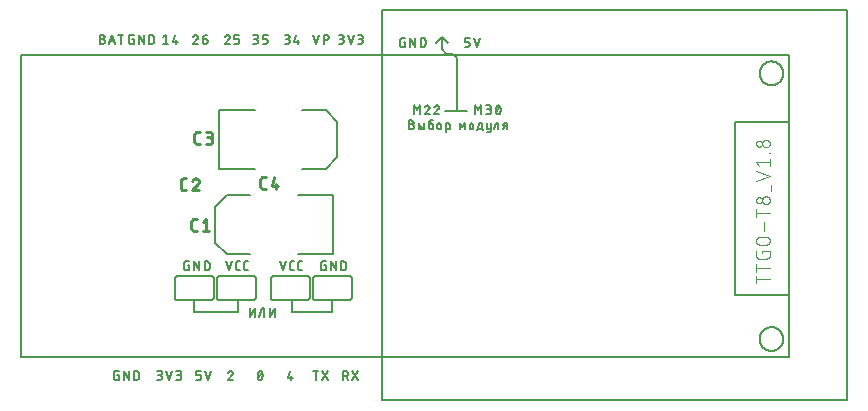
<source format=gbr>
G04 EAGLE Gerber RS-274X export*
G75*
%MOMM*%
%FSLAX34Y34*%
%LPD*%
%INSilkscreen Top*%
%IPPOS*%
%AMOC8*
5,1,8,0,0,1.08239X$1,22.5*%
G01*
%ADD10C,0.152400*%
%ADD11C,0.200000*%
%ADD12C,0.203200*%
%ADD13C,0.254000*%
%ADD14C,0.127000*%
%ADD15C,0.101600*%


D10*
X75182Y335435D02*
X77259Y335435D01*
X77259Y335436D02*
X77348Y335434D01*
X77438Y335428D01*
X77526Y335419D01*
X77615Y335405D01*
X77702Y335388D01*
X77789Y335367D01*
X77875Y335342D01*
X77960Y335314D01*
X78043Y335282D01*
X78126Y335247D01*
X78206Y335208D01*
X78285Y335165D01*
X78361Y335119D01*
X78436Y335070D01*
X78509Y335018D01*
X78579Y334963D01*
X78647Y334905D01*
X78712Y334843D01*
X78774Y334780D01*
X78834Y334713D01*
X78891Y334644D01*
X78945Y334573D01*
X78995Y334499D01*
X79043Y334423D01*
X79087Y334345D01*
X79128Y334266D01*
X79165Y334185D01*
X79199Y334102D01*
X79229Y334018D01*
X79255Y333932D01*
X79278Y333846D01*
X79297Y333759D01*
X79312Y333671D01*
X79324Y333582D01*
X79332Y333493D01*
X79336Y333404D01*
X79336Y333314D01*
X79332Y333225D01*
X79324Y333136D01*
X79312Y333047D01*
X79297Y332959D01*
X79278Y332872D01*
X79255Y332786D01*
X79229Y332700D01*
X79199Y332616D01*
X79165Y332533D01*
X79128Y332452D01*
X79087Y332373D01*
X79043Y332295D01*
X78995Y332219D01*
X78945Y332145D01*
X78891Y332074D01*
X78834Y332005D01*
X78774Y331938D01*
X78712Y331875D01*
X78647Y331813D01*
X78579Y331755D01*
X78509Y331700D01*
X78436Y331648D01*
X78361Y331599D01*
X78285Y331553D01*
X78206Y331510D01*
X78126Y331471D01*
X78043Y331436D01*
X77960Y331404D01*
X77875Y331376D01*
X77789Y331351D01*
X77702Y331330D01*
X77615Y331313D01*
X77526Y331299D01*
X77438Y331290D01*
X77348Y331284D01*
X77259Y331282D01*
X75182Y331282D01*
X75182Y338758D01*
X77259Y338758D01*
X77339Y338756D01*
X77419Y338750D01*
X77499Y338741D01*
X77578Y338727D01*
X77657Y338710D01*
X77734Y338689D01*
X77810Y338664D01*
X77885Y338635D01*
X77959Y338603D01*
X78031Y338568D01*
X78101Y338529D01*
X78169Y338486D01*
X78235Y338441D01*
X78299Y338392D01*
X78360Y338340D01*
X78419Y338286D01*
X78475Y338228D01*
X78529Y338168D01*
X78579Y338105D01*
X78626Y338041D01*
X78670Y337973D01*
X78711Y337904D01*
X78748Y337833D01*
X78782Y337760D01*
X78812Y337686D01*
X78839Y337610D01*
X78862Y337533D01*
X78881Y337455D01*
X78896Y337377D01*
X78908Y337297D01*
X78916Y337217D01*
X78920Y337137D01*
X78920Y337057D01*
X78916Y336977D01*
X78908Y336897D01*
X78896Y336817D01*
X78881Y336739D01*
X78862Y336661D01*
X78839Y336584D01*
X78812Y336508D01*
X78782Y336434D01*
X78748Y336361D01*
X78711Y336290D01*
X78670Y336221D01*
X78626Y336153D01*
X78579Y336089D01*
X78529Y336026D01*
X78475Y335966D01*
X78419Y335908D01*
X78360Y335854D01*
X78299Y335802D01*
X78235Y335753D01*
X78169Y335708D01*
X78101Y335665D01*
X78031Y335626D01*
X77959Y335591D01*
X77885Y335559D01*
X77810Y335530D01*
X77734Y335505D01*
X77657Y335484D01*
X77578Y335467D01*
X77499Y335453D01*
X77419Y335444D01*
X77339Y335438D01*
X77259Y335436D01*
X82410Y331282D02*
X84902Y338758D01*
X87394Y331282D01*
X86771Y333151D02*
X83033Y333151D01*
X92462Y331282D02*
X92462Y338758D01*
X94538Y338758D02*
X90385Y338758D01*
X102219Y335435D02*
X103465Y335435D01*
X103465Y331282D01*
X100973Y331282D01*
X100894Y331284D01*
X100815Y331290D01*
X100737Y331299D01*
X100659Y331312D01*
X100581Y331329D01*
X100505Y331349D01*
X100430Y331373D01*
X100356Y331401D01*
X100283Y331432D01*
X100212Y331467D01*
X100143Y331505D01*
X100075Y331546D01*
X100010Y331590D01*
X99946Y331637D01*
X99885Y331688D01*
X99827Y331741D01*
X99771Y331797D01*
X99718Y331855D01*
X99667Y331916D01*
X99620Y331980D01*
X99576Y332045D01*
X99535Y332113D01*
X99497Y332182D01*
X99462Y332253D01*
X99431Y332326D01*
X99403Y332400D01*
X99379Y332475D01*
X99359Y332551D01*
X99342Y332629D01*
X99329Y332707D01*
X99320Y332785D01*
X99314Y332864D01*
X99312Y332943D01*
X99312Y337097D01*
X99314Y337176D01*
X99320Y337255D01*
X99329Y337333D01*
X99342Y337411D01*
X99359Y337489D01*
X99379Y337565D01*
X99403Y337640D01*
X99431Y337714D01*
X99462Y337787D01*
X99497Y337858D01*
X99535Y337927D01*
X99576Y337995D01*
X99620Y338060D01*
X99667Y338124D01*
X99718Y338185D01*
X99771Y338243D01*
X99827Y338299D01*
X99885Y338352D01*
X99946Y338403D01*
X100010Y338450D01*
X100075Y338494D01*
X100142Y338535D01*
X100212Y338573D01*
X100283Y338608D01*
X100356Y338639D01*
X100430Y338667D01*
X100505Y338691D01*
X100581Y338711D01*
X100659Y338728D01*
X100737Y338741D01*
X100815Y338750D01*
X100894Y338756D01*
X100973Y338758D01*
X103465Y338758D01*
X107952Y338758D02*
X107952Y331282D01*
X112105Y331282D02*
X107952Y338758D01*
X112105Y338758D02*
X112105Y331282D01*
X116592Y331282D02*
X116592Y338758D01*
X118669Y338758D01*
X118757Y338756D01*
X118845Y338751D01*
X118933Y338741D01*
X119020Y338728D01*
X119107Y338711D01*
X119192Y338691D01*
X119277Y338667D01*
X119361Y338639D01*
X119443Y338608D01*
X119525Y338574D01*
X119604Y338536D01*
X119682Y338494D01*
X119758Y338450D01*
X119832Y338402D01*
X119904Y338351D01*
X119974Y338297D01*
X120041Y338240D01*
X120106Y338180D01*
X120169Y338118D01*
X120228Y338053D01*
X120285Y337986D01*
X120339Y337916D01*
X120390Y337844D01*
X120438Y337770D01*
X120482Y337694D01*
X120524Y337616D01*
X120562Y337536D01*
X120596Y337455D01*
X120627Y337373D01*
X120655Y337289D01*
X120679Y337204D01*
X120699Y337119D01*
X120716Y337032D01*
X120729Y336945D01*
X120739Y336857D01*
X120744Y336769D01*
X120746Y336681D01*
X120745Y336681D02*
X120745Y333359D01*
X120746Y333359D02*
X120744Y333268D01*
X120738Y333178D01*
X120728Y333088D01*
X120714Y332998D01*
X120697Y332909D01*
X120675Y332821D01*
X120650Y332734D01*
X120621Y332649D01*
X120588Y332564D01*
X120551Y332481D01*
X120511Y332400D01*
X120468Y332321D01*
X120421Y332243D01*
X120370Y332168D01*
X120317Y332095D01*
X120260Y332024D01*
X120200Y331956D01*
X120138Y331890D01*
X120072Y331828D01*
X120004Y331768D01*
X119933Y331711D01*
X119860Y331658D01*
X119785Y331607D01*
X119708Y331560D01*
X119628Y331517D01*
X119547Y331477D01*
X119464Y331440D01*
X119379Y331407D01*
X119294Y331378D01*
X119207Y331353D01*
X119119Y331331D01*
X119030Y331314D01*
X118940Y331300D01*
X118850Y331290D01*
X118760Y331284D01*
X118669Y331282D01*
X116592Y331282D01*
X128522Y337097D02*
X130599Y338758D01*
X130599Y331282D01*
X132675Y331282D02*
X128522Y331282D01*
X136622Y332943D02*
X138283Y338758D01*
X136622Y332943D02*
X140775Y332943D01*
X139529Y331282D02*
X139529Y334605D01*
X156206Y338758D02*
X156290Y338756D01*
X156374Y338750D01*
X156457Y338741D01*
X156540Y338728D01*
X156622Y338711D01*
X156703Y338691D01*
X156784Y338667D01*
X156863Y338639D01*
X156941Y338608D01*
X157017Y338573D01*
X157092Y338535D01*
X157165Y338493D01*
X157236Y338449D01*
X157305Y338401D01*
X157371Y338350D01*
X157436Y338296D01*
X157498Y338240D01*
X157557Y338181D01*
X157613Y338119D01*
X157667Y338054D01*
X157718Y337988D01*
X157766Y337919D01*
X157810Y337848D01*
X157852Y337775D01*
X157890Y337700D01*
X157925Y337624D01*
X157956Y337546D01*
X157984Y337467D01*
X158008Y337386D01*
X158028Y337305D01*
X158045Y337223D01*
X158058Y337140D01*
X158067Y337057D01*
X158073Y336973D01*
X158075Y336889D01*
X156206Y338758D02*
X156109Y338756D01*
X156011Y338750D01*
X155915Y338740D01*
X155818Y338726D01*
X155722Y338709D01*
X155627Y338687D01*
X155533Y338662D01*
X155440Y338633D01*
X155349Y338600D01*
X155258Y338563D01*
X155170Y338523D01*
X155083Y338479D01*
X154998Y338432D01*
X154914Y338381D01*
X154833Y338327D01*
X154755Y338270D01*
X154678Y338209D01*
X154604Y338146D01*
X154533Y338079D01*
X154465Y338010D01*
X154399Y337938D01*
X154336Y337864D01*
X154277Y337787D01*
X154221Y337707D01*
X154167Y337625D01*
X154118Y337542D01*
X154071Y337456D01*
X154029Y337369D01*
X153989Y337279D01*
X153954Y337189D01*
X153922Y337097D01*
X157453Y335435D02*
X157514Y335495D01*
X157572Y335558D01*
X157627Y335623D01*
X157679Y335691D01*
X157729Y335761D01*
X157776Y335833D01*
X157819Y335906D01*
X157859Y335982D01*
X157896Y336059D01*
X157930Y336138D01*
X157960Y336218D01*
X157987Y336299D01*
X158011Y336381D01*
X158031Y336464D01*
X158047Y336548D01*
X158060Y336633D01*
X158069Y336718D01*
X158074Y336803D01*
X158076Y336889D01*
X157452Y335435D02*
X153922Y331282D01*
X158075Y331282D01*
X162022Y335435D02*
X164514Y335435D01*
X164593Y335433D01*
X164672Y335427D01*
X164750Y335418D01*
X164828Y335405D01*
X164906Y335388D01*
X164982Y335368D01*
X165057Y335344D01*
X165131Y335316D01*
X165204Y335285D01*
X165275Y335250D01*
X165345Y335212D01*
X165412Y335171D01*
X165477Y335127D01*
X165541Y335080D01*
X165602Y335029D01*
X165660Y334976D01*
X165716Y334920D01*
X165769Y334862D01*
X165820Y334801D01*
X165867Y334737D01*
X165911Y334672D01*
X165952Y334605D01*
X165990Y334535D01*
X166025Y334464D01*
X166056Y334391D01*
X166084Y334317D01*
X166108Y334242D01*
X166128Y334166D01*
X166145Y334088D01*
X166158Y334010D01*
X166167Y333932D01*
X166173Y333853D01*
X166175Y333774D01*
X166175Y333359D01*
X166176Y333359D02*
X166174Y333270D01*
X166168Y333180D01*
X166159Y333092D01*
X166145Y333003D01*
X166128Y332916D01*
X166107Y332829D01*
X166082Y332743D01*
X166054Y332658D01*
X166022Y332575D01*
X165987Y332492D01*
X165948Y332412D01*
X165905Y332333D01*
X165859Y332257D01*
X165810Y332182D01*
X165758Y332109D01*
X165703Y332039D01*
X165645Y331971D01*
X165583Y331906D01*
X165520Y331844D01*
X165453Y331784D01*
X165384Y331727D01*
X165313Y331673D01*
X165239Y331623D01*
X165163Y331575D01*
X165085Y331531D01*
X165006Y331490D01*
X164925Y331453D01*
X164842Y331419D01*
X164758Y331389D01*
X164672Y331363D01*
X164586Y331340D01*
X164499Y331321D01*
X164411Y331306D01*
X164322Y331294D01*
X164233Y331286D01*
X164144Y331282D01*
X164054Y331282D01*
X163965Y331286D01*
X163876Y331294D01*
X163787Y331306D01*
X163699Y331321D01*
X163612Y331340D01*
X163526Y331363D01*
X163440Y331389D01*
X163356Y331419D01*
X163273Y331453D01*
X163192Y331490D01*
X163113Y331531D01*
X163035Y331575D01*
X162959Y331623D01*
X162885Y331673D01*
X162814Y331727D01*
X162745Y331784D01*
X162678Y331844D01*
X162615Y331906D01*
X162553Y331971D01*
X162495Y332039D01*
X162440Y332109D01*
X162388Y332182D01*
X162339Y332257D01*
X162293Y332333D01*
X162250Y332412D01*
X162211Y332492D01*
X162176Y332575D01*
X162144Y332658D01*
X162116Y332743D01*
X162091Y332829D01*
X162070Y332916D01*
X162053Y333003D01*
X162039Y333092D01*
X162030Y333180D01*
X162024Y333270D01*
X162022Y333359D01*
X162022Y335435D01*
X162024Y335548D01*
X162030Y335662D01*
X162039Y335775D01*
X162053Y335887D01*
X162070Y336000D01*
X162092Y336111D01*
X162116Y336222D01*
X162145Y336332D01*
X162178Y336440D01*
X162214Y336548D01*
X162254Y336654D01*
X162297Y336759D01*
X162344Y336862D01*
X162395Y336964D01*
X162448Y337064D01*
X162506Y337162D01*
X162566Y337257D01*
X162630Y337351D01*
X162697Y337443D01*
X162767Y337532D01*
X162840Y337619D01*
X162916Y337703D01*
X162995Y337785D01*
X163077Y337864D01*
X163161Y337940D01*
X163248Y338013D01*
X163337Y338083D01*
X163429Y338150D01*
X163522Y338214D01*
X163618Y338274D01*
X163716Y338332D01*
X163816Y338385D01*
X163918Y338436D01*
X164021Y338483D01*
X164126Y338526D01*
X164232Y338566D01*
X164340Y338602D01*
X164448Y338635D01*
X164558Y338664D01*
X164669Y338688D01*
X164780Y338710D01*
X164892Y338727D01*
X165005Y338741D01*
X165118Y338750D01*
X165232Y338756D01*
X165345Y338758D01*
X182876Y338758D02*
X182960Y338756D01*
X183044Y338750D01*
X183127Y338741D01*
X183210Y338728D01*
X183292Y338711D01*
X183373Y338691D01*
X183454Y338667D01*
X183533Y338639D01*
X183611Y338608D01*
X183687Y338573D01*
X183762Y338535D01*
X183835Y338493D01*
X183906Y338449D01*
X183975Y338401D01*
X184041Y338350D01*
X184106Y338296D01*
X184168Y338240D01*
X184227Y338181D01*
X184283Y338119D01*
X184337Y338054D01*
X184388Y337988D01*
X184436Y337919D01*
X184480Y337848D01*
X184522Y337775D01*
X184560Y337700D01*
X184595Y337624D01*
X184626Y337546D01*
X184654Y337467D01*
X184678Y337386D01*
X184698Y337305D01*
X184715Y337223D01*
X184728Y337140D01*
X184737Y337057D01*
X184743Y336973D01*
X184745Y336889D01*
X182876Y338758D02*
X182779Y338756D01*
X182681Y338750D01*
X182585Y338740D01*
X182488Y338726D01*
X182392Y338709D01*
X182297Y338687D01*
X182203Y338662D01*
X182110Y338633D01*
X182019Y338600D01*
X181928Y338563D01*
X181840Y338523D01*
X181753Y338479D01*
X181668Y338432D01*
X181584Y338381D01*
X181503Y338327D01*
X181425Y338270D01*
X181348Y338209D01*
X181274Y338146D01*
X181203Y338079D01*
X181135Y338010D01*
X181069Y337938D01*
X181006Y337864D01*
X180947Y337787D01*
X180891Y337707D01*
X180837Y337625D01*
X180788Y337542D01*
X180741Y337456D01*
X180699Y337369D01*
X180659Y337279D01*
X180624Y337189D01*
X180592Y337097D01*
X184123Y335435D02*
X184184Y335495D01*
X184242Y335558D01*
X184297Y335623D01*
X184349Y335691D01*
X184399Y335761D01*
X184446Y335833D01*
X184489Y335906D01*
X184529Y335982D01*
X184566Y336059D01*
X184600Y336138D01*
X184630Y336218D01*
X184657Y336299D01*
X184681Y336381D01*
X184701Y336464D01*
X184717Y336548D01*
X184730Y336633D01*
X184739Y336718D01*
X184744Y336803D01*
X184746Y336889D01*
X184122Y335435D02*
X180592Y331282D01*
X184745Y331282D01*
X188692Y331282D02*
X191184Y331282D01*
X191263Y331284D01*
X191342Y331290D01*
X191420Y331299D01*
X191498Y331312D01*
X191576Y331329D01*
X191652Y331349D01*
X191727Y331373D01*
X191801Y331401D01*
X191874Y331432D01*
X191945Y331467D01*
X192015Y331505D01*
X192082Y331546D01*
X192147Y331590D01*
X192211Y331637D01*
X192272Y331688D01*
X192330Y331741D01*
X192386Y331797D01*
X192439Y331855D01*
X192490Y331916D01*
X192537Y331980D01*
X192581Y332045D01*
X192622Y332113D01*
X192660Y332182D01*
X192695Y332253D01*
X192726Y332326D01*
X192754Y332400D01*
X192778Y332475D01*
X192798Y332551D01*
X192815Y332629D01*
X192828Y332707D01*
X192837Y332785D01*
X192843Y332864D01*
X192845Y332943D01*
X192845Y333774D01*
X192843Y333853D01*
X192837Y333932D01*
X192828Y334010D01*
X192815Y334088D01*
X192798Y334166D01*
X192778Y334242D01*
X192754Y334317D01*
X192726Y334391D01*
X192695Y334464D01*
X192660Y334535D01*
X192622Y334605D01*
X192581Y334672D01*
X192537Y334737D01*
X192490Y334801D01*
X192439Y334862D01*
X192386Y334920D01*
X192330Y334976D01*
X192272Y335029D01*
X192211Y335080D01*
X192147Y335127D01*
X192082Y335171D01*
X192015Y335212D01*
X191945Y335250D01*
X191874Y335285D01*
X191801Y335316D01*
X191727Y335344D01*
X191652Y335368D01*
X191576Y335388D01*
X191498Y335405D01*
X191420Y335418D01*
X191342Y335427D01*
X191263Y335433D01*
X191184Y335435D01*
X188692Y335435D01*
X188692Y338758D01*
X192845Y338758D01*
X204722Y331282D02*
X206799Y331282D01*
X206888Y331284D01*
X206978Y331290D01*
X207066Y331299D01*
X207155Y331313D01*
X207242Y331330D01*
X207329Y331351D01*
X207415Y331376D01*
X207500Y331404D01*
X207583Y331436D01*
X207666Y331471D01*
X207746Y331510D01*
X207825Y331553D01*
X207901Y331599D01*
X207976Y331648D01*
X208049Y331700D01*
X208119Y331755D01*
X208187Y331813D01*
X208252Y331875D01*
X208314Y331938D01*
X208374Y332005D01*
X208431Y332074D01*
X208485Y332145D01*
X208535Y332219D01*
X208583Y332295D01*
X208627Y332373D01*
X208668Y332452D01*
X208705Y332533D01*
X208739Y332616D01*
X208769Y332700D01*
X208795Y332786D01*
X208818Y332872D01*
X208837Y332959D01*
X208852Y333047D01*
X208864Y333136D01*
X208872Y333225D01*
X208876Y333314D01*
X208876Y333404D01*
X208872Y333493D01*
X208864Y333582D01*
X208852Y333671D01*
X208837Y333759D01*
X208818Y333846D01*
X208795Y333932D01*
X208769Y334018D01*
X208739Y334102D01*
X208705Y334185D01*
X208668Y334266D01*
X208627Y334345D01*
X208583Y334423D01*
X208535Y334499D01*
X208485Y334573D01*
X208431Y334644D01*
X208374Y334713D01*
X208314Y334780D01*
X208252Y334843D01*
X208187Y334905D01*
X208119Y334963D01*
X208049Y335018D01*
X207976Y335070D01*
X207901Y335119D01*
X207825Y335165D01*
X207746Y335208D01*
X207666Y335247D01*
X207583Y335282D01*
X207500Y335314D01*
X207415Y335342D01*
X207329Y335367D01*
X207242Y335388D01*
X207155Y335405D01*
X207066Y335419D01*
X206978Y335428D01*
X206888Y335434D01*
X206799Y335436D01*
X207214Y338758D02*
X204722Y338758D01*
X207214Y338758D02*
X207294Y338756D01*
X207374Y338750D01*
X207454Y338741D01*
X207533Y338727D01*
X207612Y338710D01*
X207689Y338689D01*
X207765Y338664D01*
X207840Y338635D01*
X207914Y338603D01*
X207986Y338568D01*
X208056Y338529D01*
X208124Y338486D01*
X208190Y338441D01*
X208254Y338392D01*
X208315Y338340D01*
X208374Y338286D01*
X208430Y338228D01*
X208484Y338168D01*
X208534Y338105D01*
X208581Y338041D01*
X208625Y337973D01*
X208666Y337904D01*
X208703Y337833D01*
X208737Y337760D01*
X208767Y337686D01*
X208794Y337610D01*
X208817Y337533D01*
X208836Y337455D01*
X208851Y337377D01*
X208863Y337297D01*
X208871Y337217D01*
X208875Y337137D01*
X208875Y337057D01*
X208871Y336977D01*
X208863Y336897D01*
X208851Y336817D01*
X208836Y336739D01*
X208817Y336661D01*
X208794Y336584D01*
X208767Y336508D01*
X208737Y336434D01*
X208703Y336361D01*
X208666Y336290D01*
X208625Y336221D01*
X208581Y336153D01*
X208534Y336089D01*
X208484Y336026D01*
X208430Y335966D01*
X208374Y335908D01*
X208315Y335854D01*
X208254Y335802D01*
X208190Y335753D01*
X208124Y335708D01*
X208056Y335665D01*
X207986Y335626D01*
X207914Y335591D01*
X207840Y335559D01*
X207765Y335530D01*
X207689Y335505D01*
X207612Y335484D01*
X207533Y335467D01*
X207454Y335453D01*
X207374Y335444D01*
X207294Y335438D01*
X207214Y335436D01*
X207214Y335435D02*
X205553Y335435D01*
X212822Y331282D02*
X215314Y331282D01*
X215393Y331284D01*
X215472Y331290D01*
X215550Y331299D01*
X215628Y331312D01*
X215706Y331329D01*
X215782Y331349D01*
X215857Y331373D01*
X215931Y331401D01*
X216004Y331432D01*
X216075Y331467D01*
X216145Y331505D01*
X216212Y331546D01*
X216277Y331590D01*
X216341Y331637D01*
X216402Y331688D01*
X216460Y331741D01*
X216516Y331797D01*
X216569Y331855D01*
X216620Y331916D01*
X216667Y331980D01*
X216711Y332045D01*
X216752Y332113D01*
X216790Y332182D01*
X216825Y332253D01*
X216856Y332326D01*
X216884Y332400D01*
X216908Y332475D01*
X216928Y332551D01*
X216945Y332629D01*
X216958Y332707D01*
X216967Y332785D01*
X216973Y332864D01*
X216975Y332943D01*
X216975Y333774D01*
X216973Y333853D01*
X216967Y333932D01*
X216958Y334010D01*
X216945Y334088D01*
X216928Y334166D01*
X216908Y334242D01*
X216884Y334317D01*
X216856Y334391D01*
X216825Y334464D01*
X216790Y334535D01*
X216752Y334605D01*
X216711Y334672D01*
X216667Y334737D01*
X216620Y334801D01*
X216569Y334862D01*
X216516Y334920D01*
X216460Y334976D01*
X216402Y335029D01*
X216341Y335080D01*
X216277Y335127D01*
X216212Y335171D01*
X216145Y335212D01*
X216075Y335250D01*
X216004Y335285D01*
X215931Y335316D01*
X215857Y335344D01*
X215782Y335368D01*
X215706Y335388D01*
X215628Y335405D01*
X215550Y335418D01*
X215472Y335427D01*
X215393Y335433D01*
X215314Y335435D01*
X212822Y335435D01*
X212822Y338758D01*
X216975Y338758D01*
X231392Y331282D02*
X233469Y331282D01*
X233558Y331284D01*
X233648Y331290D01*
X233736Y331299D01*
X233825Y331313D01*
X233912Y331330D01*
X233999Y331351D01*
X234085Y331376D01*
X234170Y331404D01*
X234253Y331436D01*
X234336Y331471D01*
X234416Y331510D01*
X234495Y331553D01*
X234571Y331599D01*
X234646Y331648D01*
X234719Y331700D01*
X234789Y331755D01*
X234857Y331813D01*
X234922Y331875D01*
X234984Y331938D01*
X235044Y332005D01*
X235101Y332074D01*
X235155Y332145D01*
X235205Y332219D01*
X235253Y332295D01*
X235297Y332373D01*
X235338Y332452D01*
X235375Y332533D01*
X235409Y332616D01*
X235439Y332700D01*
X235465Y332786D01*
X235488Y332872D01*
X235507Y332959D01*
X235522Y333047D01*
X235534Y333136D01*
X235542Y333225D01*
X235546Y333314D01*
X235546Y333404D01*
X235542Y333493D01*
X235534Y333582D01*
X235522Y333671D01*
X235507Y333759D01*
X235488Y333846D01*
X235465Y333932D01*
X235439Y334018D01*
X235409Y334102D01*
X235375Y334185D01*
X235338Y334266D01*
X235297Y334345D01*
X235253Y334423D01*
X235205Y334499D01*
X235155Y334573D01*
X235101Y334644D01*
X235044Y334713D01*
X234984Y334780D01*
X234922Y334843D01*
X234857Y334905D01*
X234789Y334963D01*
X234719Y335018D01*
X234646Y335070D01*
X234571Y335119D01*
X234495Y335165D01*
X234416Y335208D01*
X234336Y335247D01*
X234253Y335282D01*
X234170Y335314D01*
X234085Y335342D01*
X233999Y335367D01*
X233912Y335388D01*
X233825Y335405D01*
X233736Y335419D01*
X233648Y335428D01*
X233558Y335434D01*
X233469Y335436D01*
X233884Y338758D02*
X231392Y338758D01*
X233884Y338758D02*
X233964Y338756D01*
X234044Y338750D01*
X234124Y338741D01*
X234203Y338727D01*
X234282Y338710D01*
X234359Y338689D01*
X234435Y338664D01*
X234510Y338635D01*
X234584Y338603D01*
X234656Y338568D01*
X234726Y338529D01*
X234794Y338486D01*
X234860Y338441D01*
X234924Y338392D01*
X234985Y338340D01*
X235044Y338286D01*
X235100Y338228D01*
X235154Y338168D01*
X235204Y338105D01*
X235251Y338041D01*
X235295Y337973D01*
X235336Y337904D01*
X235373Y337833D01*
X235407Y337760D01*
X235437Y337686D01*
X235464Y337610D01*
X235487Y337533D01*
X235506Y337455D01*
X235521Y337377D01*
X235533Y337297D01*
X235541Y337217D01*
X235545Y337137D01*
X235545Y337057D01*
X235541Y336977D01*
X235533Y336897D01*
X235521Y336817D01*
X235506Y336739D01*
X235487Y336661D01*
X235464Y336584D01*
X235437Y336508D01*
X235407Y336434D01*
X235373Y336361D01*
X235336Y336290D01*
X235295Y336221D01*
X235251Y336153D01*
X235204Y336089D01*
X235154Y336026D01*
X235100Y335966D01*
X235044Y335908D01*
X234985Y335854D01*
X234924Y335802D01*
X234860Y335753D01*
X234794Y335708D01*
X234726Y335665D01*
X234656Y335626D01*
X234584Y335591D01*
X234510Y335559D01*
X234435Y335530D01*
X234359Y335505D01*
X234282Y335484D01*
X234203Y335467D01*
X234124Y335453D01*
X234044Y335444D01*
X233964Y335438D01*
X233884Y335436D01*
X233884Y335435D02*
X232223Y335435D01*
X239492Y332943D02*
X241153Y338758D01*
X239492Y332943D02*
X243645Y332943D01*
X242399Y331282D02*
X242399Y334605D01*
X255522Y338758D02*
X258014Y331282D01*
X260506Y338758D01*
X264494Y338758D02*
X264494Y331282D01*
X264494Y338758D02*
X266571Y338758D01*
X266660Y338756D01*
X266750Y338750D01*
X266838Y338741D01*
X266927Y338727D01*
X267014Y338710D01*
X267101Y338689D01*
X267187Y338664D01*
X267272Y338636D01*
X267355Y338604D01*
X267438Y338569D01*
X267518Y338530D01*
X267597Y338487D01*
X267673Y338441D01*
X267748Y338392D01*
X267821Y338340D01*
X267891Y338285D01*
X267959Y338227D01*
X268024Y338165D01*
X268086Y338102D01*
X268146Y338035D01*
X268203Y337966D01*
X268257Y337895D01*
X268307Y337821D01*
X268355Y337745D01*
X268399Y337667D01*
X268440Y337588D01*
X268477Y337507D01*
X268511Y337424D01*
X268541Y337340D01*
X268567Y337254D01*
X268590Y337168D01*
X268609Y337081D01*
X268624Y336993D01*
X268636Y336904D01*
X268644Y336815D01*
X268648Y336726D01*
X268648Y336636D01*
X268644Y336547D01*
X268636Y336458D01*
X268624Y336369D01*
X268609Y336281D01*
X268590Y336194D01*
X268567Y336108D01*
X268541Y336022D01*
X268511Y335938D01*
X268477Y335855D01*
X268440Y335774D01*
X268399Y335695D01*
X268355Y335617D01*
X268307Y335541D01*
X268257Y335467D01*
X268203Y335396D01*
X268146Y335327D01*
X268086Y335260D01*
X268024Y335197D01*
X267959Y335135D01*
X267891Y335077D01*
X267821Y335022D01*
X267748Y334970D01*
X267673Y334921D01*
X267597Y334875D01*
X267518Y334832D01*
X267438Y334793D01*
X267355Y334758D01*
X267272Y334726D01*
X267187Y334698D01*
X267101Y334673D01*
X267014Y334652D01*
X266927Y334635D01*
X266838Y334621D01*
X266750Y334612D01*
X266660Y334606D01*
X266571Y334604D01*
X266571Y334605D02*
X264494Y334605D01*
X277112Y331282D02*
X279189Y331282D01*
X279278Y331284D01*
X279368Y331290D01*
X279456Y331299D01*
X279545Y331313D01*
X279632Y331330D01*
X279719Y331351D01*
X279805Y331376D01*
X279890Y331404D01*
X279973Y331436D01*
X280056Y331471D01*
X280136Y331510D01*
X280215Y331553D01*
X280291Y331599D01*
X280366Y331648D01*
X280439Y331700D01*
X280509Y331755D01*
X280577Y331813D01*
X280642Y331875D01*
X280704Y331938D01*
X280764Y332005D01*
X280821Y332074D01*
X280875Y332145D01*
X280925Y332219D01*
X280973Y332295D01*
X281017Y332373D01*
X281058Y332452D01*
X281095Y332533D01*
X281129Y332616D01*
X281159Y332700D01*
X281185Y332786D01*
X281208Y332872D01*
X281227Y332959D01*
X281242Y333047D01*
X281254Y333136D01*
X281262Y333225D01*
X281266Y333314D01*
X281266Y333404D01*
X281262Y333493D01*
X281254Y333582D01*
X281242Y333671D01*
X281227Y333759D01*
X281208Y333846D01*
X281185Y333932D01*
X281159Y334018D01*
X281129Y334102D01*
X281095Y334185D01*
X281058Y334266D01*
X281017Y334345D01*
X280973Y334423D01*
X280925Y334499D01*
X280875Y334573D01*
X280821Y334644D01*
X280764Y334713D01*
X280704Y334780D01*
X280642Y334843D01*
X280577Y334905D01*
X280509Y334963D01*
X280439Y335018D01*
X280366Y335070D01*
X280291Y335119D01*
X280215Y335165D01*
X280136Y335208D01*
X280056Y335247D01*
X279973Y335282D01*
X279890Y335314D01*
X279805Y335342D01*
X279719Y335367D01*
X279632Y335388D01*
X279545Y335405D01*
X279456Y335419D01*
X279368Y335428D01*
X279278Y335434D01*
X279189Y335436D01*
X279604Y338758D02*
X277112Y338758D01*
X279604Y338758D02*
X279684Y338756D01*
X279764Y338750D01*
X279844Y338741D01*
X279923Y338727D01*
X280002Y338710D01*
X280079Y338689D01*
X280155Y338664D01*
X280230Y338635D01*
X280304Y338603D01*
X280376Y338568D01*
X280446Y338529D01*
X280514Y338486D01*
X280580Y338441D01*
X280644Y338392D01*
X280705Y338340D01*
X280764Y338286D01*
X280820Y338228D01*
X280874Y338168D01*
X280924Y338105D01*
X280971Y338041D01*
X281015Y337973D01*
X281056Y337904D01*
X281093Y337833D01*
X281127Y337760D01*
X281157Y337686D01*
X281184Y337610D01*
X281207Y337533D01*
X281226Y337455D01*
X281241Y337377D01*
X281253Y337297D01*
X281261Y337217D01*
X281265Y337137D01*
X281265Y337057D01*
X281261Y336977D01*
X281253Y336897D01*
X281241Y336817D01*
X281226Y336739D01*
X281207Y336661D01*
X281184Y336584D01*
X281157Y336508D01*
X281127Y336434D01*
X281093Y336361D01*
X281056Y336290D01*
X281015Y336221D01*
X280971Y336153D01*
X280924Y336089D01*
X280874Y336026D01*
X280820Y335966D01*
X280764Y335908D01*
X280705Y335854D01*
X280644Y335802D01*
X280580Y335753D01*
X280514Y335708D01*
X280446Y335665D01*
X280376Y335626D01*
X280304Y335591D01*
X280230Y335559D01*
X280155Y335530D01*
X280079Y335505D01*
X280002Y335484D01*
X279923Y335467D01*
X279844Y335453D01*
X279764Y335444D01*
X279684Y335438D01*
X279604Y335436D01*
X279604Y335435D02*
X277943Y335435D01*
X284797Y338758D02*
X287289Y331282D01*
X289781Y338758D01*
X293312Y331282D02*
X295389Y331282D01*
X295478Y331284D01*
X295568Y331290D01*
X295656Y331299D01*
X295745Y331313D01*
X295832Y331330D01*
X295919Y331351D01*
X296005Y331376D01*
X296090Y331404D01*
X296173Y331436D01*
X296256Y331471D01*
X296336Y331510D01*
X296415Y331553D01*
X296491Y331599D01*
X296566Y331648D01*
X296639Y331700D01*
X296709Y331755D01*
X296777Y331813D01*
X296842Y331875D01*
X296904Y331938D01*
X296964Y332005D01*
X297021Y332074D01*
X297075Y332145D01*
X297125Y332219D01*
X297173Y332295D01*
X297217Y332373D01*
X297258Y332452D01*
X297295Y332533D01*
X297329Y332616D01*
X297359Y332700D01*
X297385Y332786D01*
X297408Y332872D01*
X297427Y332959D01*
X297442Y333047D01*
X297454Y333136D01*
X297462Y333225D01*
X297466Y333314D01*
X297466Y333404D01*
X297462Y333493D01*
X297454Y333582D01*
X297442Y333671D01*
X297427Y333759D01*
X297408Y333846D01*
X297385Y333932D01*
X297359Y334018D01*
X297329Y334102D01*
X297295Y334185D01*
X297258Y334266D01*
X297217Y334345D01*
X297173Y334423D01*
X297125Y334499D01*
X297075Y334573D01*
X297021Y334644D01*
X296964Y334713D01*
X296904Y334780D01*
X296842Y334843D01*
X296777Y334905D01*
X296709Y334963D01*
X296639Y335018D01*
X296566Y335070D01*
X296491Y335119D01*
X296415Y335165D01*
X296336Y335208D01*
X296256Y335247D01*
X296173Y335282D01*
X296090Y335314D01*
X296005Y335342D01*
X295919Y335367D01*
X295832Y335388D01*
X295745Y335405D01*
X295656Y335419D01*
X295568Y335428D01*
X295478Y335434D01*
X295389Y335436D01*
X295804Y338758D02*
X293312Y338758D01*
X295804Y338758D02*
X295884Y338756D01*
X295964Y338750D01*
X296044Y338741D01*
X296123Y338727D01*
X296202Y338710D01*
X296279Y338689D01*
X296355Y338664D01*
X296430Y338635D01*
X296504Y338603D01*
X296576Y338568D01*
X296646Y338529D01*
X296714Y338486D01*
X296780Y338441D01*
X296844Y338392D01*
X296905Y338340D01*
X296964Y338286D01*
X297020Y338228D01*
X297074Y338168D01*
X297124Y338105D01*
X297171Y338041D01*
X297215Y337973D01*
X297256Y337904D01*
X297293Y337833D01*
X297327Y337760D01*
X297357Y337686D01*
X297384Y337610D01*
X297407Y337533D01*
X297426Y337455D01*
X297441Y337377D01*
X297453Y337297D01*
X297461Y337217D01*
X297465Y337137D01*
X297465Y337057D01*
X297461Y336977D01*
X297453Y336897D01*
X297441Y336817D01*
X297426Y336739D01*
X297407Y336661D01*
X297384Y336584D01*
X297357Y336508D01*
X297327Y336434D01*
X297293Y336361D01*
X297256Y336290D01*
X297215Y336221D01*
X297171Y336153D01*
X297124Y336089D01*
X297074Y336026D01*
X297020Y335966D01*
X296964Y335908D01*
X296905Y335854D01*
X296844Y335802D01*
X296780Y335753D01*
X296714Y335708D01*
X296646Y335665D01*
X296576Y335626D01*
X296504Y335591D01*
X296430Y335559D01*
X296355Y335530D01*
X296279Y335505D01*
X296202Y335484D01*
X296123Y335467D01*
X296044Y335453D01*
X295964Y335444D01*
X295884Y335438D01*
X295804Y335436D01*
X295804Y335435D02*
X294143Y335435D01*
X90765Y50955D02*
X89519Y50955D01*
X90765Y50955D02*
X90765Y46802D01*
X88273Y46802D01*
X88194Y46804D01*
X88115Y46810D01*
X88037Y46819D01*
X87959Y46832D01*
X87881Y46849D01*
X87805Y46869D01*
X87730Y46893D01*
X87656Y46921D01*
X87583Y46952D01*
X87512Y46987D01*
X87443Y47025D01*
X87375Y47066D01*
X87310Y47110D01*
X87246Y47157D01*
X87185Y47208D01*
X87127Y47261D01*
X87071Y47317D01*
X87018Y47375D01*
X86967Y47436D01*
X86920Y47500D01*
X86876Y47565D01*
X86835Y47633D01*
X86797Y47702D01*
X86762Y47773D01*
X86731Y47846D01*
X86703Y47920D01*
X86679Y47995D01*
X86659Y48071D01*
X86642Y48149D01*
X86629Y48227D01*
X86620Y48305D01*
X86614Y48384D01*
X86612Y48463D01*
X86612Y52617D01*
X86614Y52696D01*
X86620Y52775D01*
X86629Y52853D01*
X86642Y52931D01*
X86659Y53009D01*
X86679Y53085D01*
X86703Y53160D01*
X86731Y53234D01*
X86762Y53307D01*
X86797Y53378D01*
X86835Y53447D01*
X86876Y53515D01*
X86920Y53580D01*
X86967Y53644D01*
X87018Y53705D01*
X87071Y53763D01*
X87127Y53819D01*
X87185Y53872D01*
X87246Y53923D01*
X87310Y53970D01*
X87375Y54014D01*
X87442Y54055D01*
X87512Y54093D01*
X87583Y54128D01*
X87656Y54159D01*
X87730Y54187D01*
X87805Y54211D01*
X87881Y54231D01*
X87959Y54248D01*
X88037Y54261D01*
X88115Y54270D01*
X88194Y54276D01*
X88273Y54278D01*
X90765Y54278D01*
X95252Y54278D02*
X95252Y46802D01*
X99405Y46802D02*
X95252Y54278D01*
X99405Y54278D02*
X99405Y46802D01*
X103892Y46802D02*
X103892Y54278D01*
X105969Y54278D01*
X106057Y54276D01*
X106145Y54271D01*
X106233Y54261D01*
X106320Y54248D01*
X106407Y54231D01*
X106492Y54211D01*
X106577Y54187D01*
X106661Y54159D01*
X106743Y54128D01*
X106825Y54094D01*
X106904Y54056D01*
X106982Y54014D01*
X107058Y53970D01*
X107132Y53922D01*
X107204Y53871D01*
X107274Y53817D01*
X107341Y53760D01*
X107406Y53700D01*
X107469Y53638D01*
X107528Y53573D01*
X107585Y53506D01*
X107639Y53436D01*
X107690Y53364D01*
X107738Y53290D01*
X107782Y53214D01*
X107824Y53136D01*
X107862Y53056D01*
X107896Y52975D01*
X107927Y52893D01*
X107955Y52809D01*
X107979Y52724D01*
X107999Y52639D01*
X108016Y52552D01*
X108029Y52465D01*
X108039Y52377D01*
X108044Y52289D01*
X108046Y52201D01*
X108045Y52201D02*
X108045Y48879D01*
X108046Y48879D02*
X108044Y48788D01*
X108038Y48698D01*
X108028Y48608D01*
X108014Y48518D01*
X107997Y48429D01*
X107975Y48341D01*
X107950Y48254D01*
X107921Y48169D01*
X107888Y48084D01*
X107851Y48001D01*
X107811Y47920D01*
X107768Y47841D01*
X107721Y47763D01*
X107670Y47688D01*
X107617Y47615D01*
X107560Y47544D01*
X107500Y47476D01*
X107438Y47410D01*
X107372Y47348D01*
X107304Y47288D01*
X107233Y47231D01*
X107160Y47178D01*
X107085Y47127D01*
X107008Y47080D01*
X106928Y47037D01*
X106847Y46997D01*
X106764Y46960D01*
X106679Y46927D01*
X106594Y46898D01*
X106507Y46873D01*
X106419Y46851D01*
X106330Y46834D01*
X106240Y46820D01*
X106150Y46810D01*
X106060Y46804D01*
X105969Y46802D01*
X103892Y46802D01*
X123442Y46802D02*
X125519Y46802D01*
X125608Y46804D01*
X125698Y46810D01*
X125786Y46819D01*
X125875Y46833D01*
X125962Y46850D01*
X126049Y46871D01*
X126135Y46896D01*
X126220Y46924D01*
X126303Y46956D01*
X126386Y46991D01*
X126466Y47030D01*
X126545Y47073D01*
X126621Y47119D01*
X126696Y47168D01*
X126769Y47220D01*
X126839Y47275D01*
X126907Y47333D01*
X126972Y47395D01*
X127034Y47458D01*
X127094Y47525D01*
X127151Y47594D01*
X127205Y47665D01*
X127255Y47739D01*
X127303Y47815D01*
X127347Y47893D01*
X127388Y47972D01*
X127425Y48053D01*
X127459Y48136D01*
X127489Y48220D01*
X127515Y48306D01*
X127538Y48392D01*
X127557Y48479D01*
X127572Y48567D01*
X127584Y48656D01*
X127592Y48745D01*
X127596Y48834D01*
X127596Y48924D01*
X127592Y49013D01*
X127584Y49102D01*
X127572Y49191D01*
X127557Y49279D01*
X127538Y49366D01*
X127515Y49452D01*
X127489Y49538D01*
X127459Y49622D01*
X127425Y49705D01*
X127388Y49786D01*
X127347Y49865D01*
X127303Y49943D01*
X127255Y50019D01*
X127205Y50093D01*
X127151Y50164D01*
X127094Y50233D01*
X127034Y50300D01*
X126972Y50363D01*
X126907Y50425D01*
X126839Y50483D01*
X126769Y50538D01*
X126696Y50590D01*
X126621Y50639D01*
X126545Y50685D01*
X126466Y50728D01*
X126386Y50767D01*
X126303Y50802D01*
X126220Y50834D01*
X126135Y50862D01*
X126049Y50887D01*
X125962Y50908D01*
X125875Y50925D01*
X125786Y50939D01*
X125698Y50948D01*
X125608Y50954D01*
X125519Y50956D01*
X125934Y54278D02*
X123442Y54278D01*
X125934Y54278D02*
X126014Y54276D01*
X126094Y54270D01*
X126174Y54261D01*
X126253Y54247D01*
X126332Y54230D01*
X126409Y54209D01*
X126485Y54184D01*
X126560Y54155D01*
X126634Y54123D01*
X126706Y54088D01*
X126776Y54049D01*
X126844Y54006D01*
X126910Y53961D01*
X126974Y53912D01*
X127035Y53860D01*
X127094Y53806D01*
X127150Y53748D01*
X127204Y53688D01*
X127254Y53625D01*
X127301Y53561D01*
X127345Y53493D01*
X127386Y53424D01*
X127423Y53353D01*
X127457Y53280D01*
X127487Y53206D01*
X127514Y53130D01*
X127537Y53053D01*
X127556Y52975D01*
X127571Y52897D01*
X127583Y52817D01*
X127591Y52737D01*
X127595Y52657D01*
X127595Y52577D01*
X127591Y52497D01*
X127583Y52417D01*
X127571Y52337D01*
X127556Y52259D01*
X127537Y52181D01*
X127514Y52104D01*
X127487Y52028D01*
X127457Y51954D01*
X127423Y51881D01*
X127386Y51810D01*
X127345Y51741D01*
X127301Y51673D01*
X127254Y51609D01*
X127204Y51546D01*
X127150Y51486D01*
X127094Y51428D01*
X127035Y51374D01*
X126974Y51322D01*
X126910Y51273D01*
X126844Y51228D01*
X126776Y51185D01*
X126706Y51146D01*
X126634Y51111D01*
X126560Y51079D01*
X126485Y51050D01*
X126409Y51025D01*
X126332Y51004D01*
X126253Y50987D01*
X126174Y50973D01*
X126094Y50964D01*
X126014Y50958D01*
X125934Y50956D01*
X125934Y50955D02*
X124273Y50955D01*
X131127Y54278D02*
X133619Y46802D01*
X136111Y54278D01*
X139642Y46802D02*
X141719Y46802D01*
X141808Y46804D01*
X141898Y46810D01*
X141986Y46819D01*
X142075Y46833D01*
X142162Y46850D01*
X142249Y46871D01*
X142335Y46896D01*
X142420Y46924D01*
X142503Y46956D01*
X142586Y46991D01*
X142666Y47030D01*
X142745Y47073D01*
X142821Y47119D01*
X142896Y47168D01*
X142969Y47220D01*
X143039Y47275D01*
X143107Y47333D01*
X143172Y47395D01*
X143234Y47458D01*
X143294Y47525D01*
X143351Y47594D01*
X143405Y47665D01*
X143455Y47739D01*
X143503Y47815D01*
X143547Y47893D01*
X143588Y47972D01*
X143625Y48053D01*
X143659Y48136D01*
X143689Y48220D01*
X143715Y48306D01*
X143738Y48392D01*
X143757Y48479D01*
X143772Y48567D01*
X143784Y48656D01*
X143792Y48745D01*
X143796Y48834D01*
X143796Y48924D01*
X143792Y49013D01*
X143784Y49102D01*
X143772Y49191D01*
X143757Y49279D01*
X143738Y49366D01*
X143715Y49452D01*
X143689Y49538D01*
X143659Y49622D01*
X143625Y49705D01*
X143588Y49786D01*
X143547Y49865D01*
X143503Y49943D01*
X143455Y50019D01*
X143405Y50093D01*
X143351Y50164D01*
X143294Y50233D01*
X143234Y50300D01*
X143172Y50363D01*
X143107Y50425D01*
X143039Y50483D01*
X142969Y50538D01*
X142896Y50590D01*
X142821Y50639D01*
X142745Y50685D01*
X142666Y50728D01*
X142586Y50767D01*
X142503Y50802D01*
X142420Y50834D01*
X142335Y50862D01*
X142249Y50887D01*
X142162Y50908D01*
X142075Y50925D01*
X141986Y50939D01*
X141898Y50948D01*
X141808Y50954D01*
X141719Y50956D01*
X142134Y54278D02*
X139642Y54278D01*
X142134Y54278D02*
X142214Y54276D01*
X142294Y54270D01*
X142374Y54261D01*
X142453Y54247D01*
X142532Y54230D01*
X142609Y54209D01*
X142685Y54184D01*
X142760Y54155D01*
X142834Y54123D01*
X142906Y54088D01*
X142976Y54049D01*
X143044Y54006D01*
X143110Y53961D01*
X143174Y53912D01*
X143235Y53860D01*
X143294Y53806D01*
X143350Y53748D01*
X143404Y53688D01*
X143454Y53625D01*
X143501Y53561D01*
X143545Y53493D01*
X143586Y53424D01*
X143623Y53353D01*
X143657Y53280D01*
X143687Y53206D01*
X143714Y53130D01*
X143737Y53053D01*
X143756Y52975D01*
X143771Y52897D01*
X143783Y52817D01*
X143791Y52737D01*
X143795Y52657D01*
X143795Y52577D01*
X143791Y52497D01*
X143783Y52417D01*
X143771Y52337D01*
X143756Y52259D01*
X143737Y52181D01*
X143714Y52104D01*
X143687Y52028D01*
X143657Y51954D01*
X143623Y51881D01*
X143586Y51810D01*
X143545Y51741D01*
X143501Y51673D01*
X143454Y51609D01*
X143404Y51546D01*
X143350Y51486D01*
X143294Y51428D01*
X143235Y51374D01*
X143174Y51322D01*
X143110Y51273D01*
X143044Y51228D01*
X142976Y51185D01*
X142906Y51146D01*
X142834Y51111D01*
X142760Y51079D01*
X142685Y51050D01*
X142609Y51025D01*
X142532Y51004D01*
X142453Y50987D01*
X142374Y50973D01*
X142294Y50964D01*
X142214Y50958D01*
X142134Y50956D01*
X142134Y50955D02*
X140473Y50955D01*
X156462Y46802D02*
X158954Y46802D01*
X159033Y46804D01*
X159112Y46810D01*
X159190Y46819D01*
X159268Y46832D01*
X159346Y46849D01*
X159422Y46869D01*
X159497Y46893D01*
X159571Y46921D01*
X159644Y46952D01*
X159715Y46987D01*
X159785Y47025D01*
X159852Y47066D01*
X159917Y47110D01*
X159981Y47157D01*
X160042Y47208D01*
X160100Y47261D01*
X160156Y47317D01*
X160209Y47375D01*
X160260Y47436D01*
X160307Y47500D01*
X160351Y47565D01*
X160392Y47633D01*
X160430Y47702D01*
X160465Y47773D01*
X160496Y47846D01*
X160524Y47920D01*
X160548Y47995D01*
X160568Y48071D01*
X160585Y48149D01*
X160598Y48227D01*
X160607Y48305D01*
X160613Y48384D01*
X160615Y48463D01*
X160615Y49294D01*
X160613Y49373D01*
X160607Y49452D01*
X160598Y49530D01*
X160585Y49608D01*
X160568Y49686D01*
X160548Y49762D01*
X160524Y49837D01*
X160496Y49911D01*
X160465Y49984D01*
X160430Y50055D01*
X160392Y50125D01*
X160351Y50192D01*
X160307Y50257D01*
X160260Y50321D01*
X160209Y50382D01*
X160156Y50440D01*
X160100Y50496D01*
X160042Y50549D01*
X159981Y50600D01*
X159917Y50647D01*
X159852Y50691D01*
X159785Y50732D01*
X159715Y50770D01*
X159644Y50805D01*
X159571Y50836D01*
X159497Y50864D01*
X159422Y50888D01*
X159346Y50908D01*
X159268Y50925D01*
X159190Y50938D01*
X159112Y50947D01*
X159033Y50953D01*
X158954Y50955D01*
X156462Y50955D01*
X156462Y54278D01*
X160615Y54278D01*
X164147Y54278D02*
X166639Y46802D01*
X169131Y54278D01*
X185416Y54278D02*
X185500Y54276D01*
X185584Y54270D01*
X185667Y54261D01*
X185750Y54248D01*
X185832Y54231D01*
X185913Y54211D01*
X185994Y54187D01*
X186073Y54159D01*
X186151Y54128D01*
X186227Y54093D01*
X186302Y54055D01*
X186375Y54013D01*
X186446Y53969D01*
X186515Y53921D01*
X186581Y53870D01*
X186646Y53816D01*
X186708Y53760D01*
X186767Y53701D01*
X186823Y53639D01*
X186877Y53574D01*
X186928Y53508D01*
X186976Y53439D01*
X187020Y53368D01*
X187062Y53295D01*
X187100Y53220D01*
X187135Y53144D01*
X187166Y53066D01*
X187194Y52987D01*
X187218Y52906D01*
X187238Y52825D01*
X187255Y52743D01*
X187268Y52660D01*
X187277Y52577D01*
X187283Y52493D01*
X187285Y52409D01*
X185416Y54278D02*
X185319Y54276D01*
X185221Y54270D01*
X185125Y54260D01*
X185028Y54246D01*
X184932Y54229D01*
X184837Y54207D01*
X184743Y54182D01*
X184650Y54153D01*
X184559Y54120D01*
X184468Y54083D01*
X184380Y54043D01*
X184293Y53999D01*
X184208Y53952D01*
X184124Y53901D01*
X184043Y53847D01*
X183965Y53790D01*
X183888Y53729D01*
X183814Y53666D01*
X183743Y53599D01*
X183675Y53530D01*
X183609Y53458D01*
X183546Y53384D01*
X183487Y53307D01*
X183431Y53227D01*
X183377Y53145D01*
X183328Y53062D01*
X183281Y52976D01*
X183239Y52889D01*
X183199Y52799D01*
X183164Y52709D01*
X183132Y52617D01*
X186663Y50955D02*
X186724Y51015D01*
X186782Y51078D01*
X186837Y51143D01*
X186889Y51211D01*
X186939Y51281D01*
X186986Y51353D01*
X187029Y51426D01*
X187069Y51502D01*
X187106Y51579D01*
X187140Y51658D01*
X187170Y51738D01*
X187197Y51819D01*
X187221Y51901D01*
X187241Y51984D01*
X187257Y52068D01*
X187270Y52153D01*
X187279Y52238D01*
X187284Y52323D01*
X187286Y52409D01*
X186662Y50955D02*
X183132Y46802D01*
X187285Y46802D01*
X208532Y50540D02*
X208534Y50695D01*
X208540Y50850D01*
X208550Y51005D01*
X208563Y51160D01*
X208581Y51314D01*
X208602Y51468D01*
X208628Y51621D01*
X208657Y51774D01*
X208690Y51925D01*
X208727Y52076D01*
X208767Y52226D01*
X208812Y52375D01*
X208860Y52522D01*
X208911Y52669D01*
X208967Y52814D01*
X209026Y52957D01*
X209089Y53099D01*
X209155Y53240D01*
X209155Y53239D02*
X209182Y53311D01*
X209212Y53381D01*
X209245Y53450D01*
X209282Y53516D01*
X209322Y53581D01*
X209365Y53644D01*
X209412Y53705D01*
X209461Y53763D01*
X209513Y53819D01*
X209568Y53872D01*
X209625Y53922D01*
X209685Y53969D01*
X209747Y54013D01*
X209811Y54055D01*
X209877Y54093D01*
X209945Y54127D01*
X210015Y54158D01*
X210086Y54186D01*
X210158Y54210D01*
X210232Y54231D01*
X210306Y54248D01*
X210381Y54261D01*
X210457Y54270D01*
X210533Y54276D01*
X210609Y54278D01*
X210685Y54276D01*
X210761Y54270D01*
X210837Y54261D01*
X210912Y54248D01*
X210986Y54231D01*
X211060Y54210D01*
X211132Y54186D01*
X211203Y54158D01*
X211273Y54127D01*
X211341Y54093D01*
X211407Y54055D01*
X211471Y54013D01*
X211533Y53969D01*
X211593Y53922D01*
X211650Y53872D01*
X211705Y53819D01*
X211757Y53763D01*
X211806Y53705D01*
X211853Y53644D01*
X211896Y53581D01*
X211936Y53516D01*
X211973Y53450D01*
X212006Y53381D01*
X212036Y53311D01*
X212063Y53239D01*
X212063Y53240D02*
X212129Y53099D01*
X212192Y52957D01*
X212251Y52814D01*
X212307Y52669D01*
X212358Y52522D01*
X212406Y52375D01*
X212451Y52226D01*
X212491Y52076D01*
X212528Y51925D01*
X212561Y51774D01*
X212590Y51621D01*
X212616Y51468D01*
X212637Y51314D01*
X212655Y51160D01*
X212668Y51005D01*
X212678Y50850D01*
X212684Y50695D01*
X212686Y50540D01*
X208532Y50540D02*
X208534Y50385D01*
X208540Y50230D01*
X208550Y50075D01*
X208563Y49920D01*
X208581Y49766D01*
X208602Y49612D01*
X208628Y49459D01*
X208657Y49306D01*
X208690Y49155D01*
X208727Y49004D01*
X208767Y48854D01*
X208812Y48705D01*
X208860Y48558D01*
X208911Y48411D01*
X208967Y48266D01*
X209026Y48123D01*
X209089Y47981D01*
X209155Y47840D01*
X209182Y47769D01*
X209212Y47699D01*
X209245Y47630D01*
X209282Y47564D01*
X209322Y47499D01*
X209365Y47436D01*
X209412Y47375D01*
X209461Y47317D01*
X209513Y47261D01*
X209568Y47208D01*
X209625Y47158D01*
X209685Y47111D01*
X209747Y47067D01*
X209811Y47025D01*
X209877Y46987D01*
X209945Y46953D01*
X210015Y46922D01*
X210086Y46894D01*
X210158Y46870D01*
X210232Y46849D01*
X210306Y46832D01*
X210381Y46819D01*
X210457Y46810D01*
X210533Y46804D01*
X210609Y46802D01*
X212062Y47840D02*
X212128Y47981D01*
X212191Y48123D01*
X212250Y48266D01*
X212306Y48411D01*
X212357Y48558D01*
X212405Y48705D01*
X212450Y48854D01*
X212490Y49004D01*
X212527Y49155D01*
X212560Y49306D01*
X212589Y49459D01*
X212615Y49612D01*
X212636Y49766D01*
X212654Y49920D01*
X212667Y50075D01*
X212677Y50230D01*
X212683Y50385D01*
X212685Y50540D01*
X212063Y47841D02*
X212036Y47769D01*
X212006Y47699D01*
X211973Y47630D01*
X211936Y47564D01*
X211896Y47499D01*
X211853Y47436D01*
X211806Y47375D01*
X211757Y47317D01*
X211705Y47261D01*
X211650Y47208D01*
X211593Y47158D01*
X211533Y47111D01*
X211471Y47067D01*
X211407Y47025D01*
X211341Y46987D01*
X211273Y46953D01*
X211203Y46922D01*
X211132Y46894D01*
X211060Y46870D01*
X210986Y46849D01*
X210912Y46832D01*
X210837Y46819D01*
X210761Y46810D01*
X210685Y46804D01*
X210609Y46802D01*
X208947Y48463D02*
X212270Y52617D01*
X233932Y48463D02*
X235593Y54278D01*
X233932Y48463D02*
X238085Y48463D01*
X236839Y46802D02*
X236839Y50125D01*
X257599Y46802D02*
X257599Y54278D01*
X259675Y54278D02*
X255522Y54278D01*
X262667Y46802D02*
X267651Y54278D01*
X262667Y54278D02*
X267651Y46802D01*
X280922Y46802D02*
X280922Y54278D01*
X282999Y54278D01*
X283088Y54276D01*
X283178Y54270D01*
X283266Y54261D01*
X283355Y54247D01*
X283442Y54230D01*
X283529Y54209D01*
X283615Y54184D01*
X283700Y54156D01*
X283783Y54124D01*
X283866Y54089D01*
X283946Y54050D01*
X284025Y54007D01*
X284101Y53961D01*
X284176Y53912D01*
X284249Y53860D01*
X284319Y53805D01*
X284387Y53747D01*
X284452Y53685D01*
X284514Y53622D01*
X284574Y53555D01*
X284631Y53486D01*
X284685Y53415D01*
X284735Y53341D01*
X284783Y53265D01*
X284827Y53187D01*
X284868Y53108D01*
X284905Y53027D01*
X284939Y52944D01*
X284969Y52860D01*
X284995Y52774D01*
X285018Y52688D01*
X285037Y52601D01*
X285052Y52513D01*
X285064Y52424D01*
X285072Y52335D01*
X285076Y52246D01*
X285076Y52156D01*
X285072Y52067D01*
X285064Y51978D01*
X285052Y51889D01*
X285037Y51801D01*
X285018Y51714D01*
X284995Y51628D01*
X284969Y51542D01*
X284939Y51458D01*
X284905Y51375D01*
X284868Y51294D01*
X284827Y51215D01*
X284783Y51137D01*
X284735Y51061D01*
X284685Y50987D01*
X284631Y50916D01*
X284574Y50847D01*
X284514Y50780D01*
X284452Y50717D01*
X284387Y50655D01*
X284319Y50597D01*
X284249Y50542D01*
X284176Y50490D01*
X284101Y50441D01*
X284025Y50395D01*
X283946Y50352D01*
X283866Y50313D01*
X283783Y50278D01*
X283700Y50246D01*
X283615Y50218D01*
X283529Y50193D01*
X283442Y50172D01*
X283355Y50155D01*
X283266Y50141D01*
X283178Y50132D01*
X283088Y50126D01*
X282999Y50124D01*
X282999Y50125D02*
X280922Y50125D01*
X283414Y50125D02*
X285075Y46802D01*
X288525Y46802D02*
X293509Y54278D01*
X288525Y54278D02*
X293509Y46802D01*
X383792Y328742D02*
X386284Y328742D01*
X386363Y328744D01*
X386442Y328750D01*
X386520Y328759D01*
X386598Y328772D01*
X386676Y328789D01*
X386752Y328809D01*
X386827Y328833D01*
X386901Y328861D01*
X386974Y328892D01*
X387045Y328927D01*
X387115Y328965D01*
X387182Y329006D01*
X387247Y329050D01*
X387311Y329097D01*
X387372Y329148D01*
X387430Y329201D01*
X387486Y329257D01*
X387539Y329315D01*
X387590Y329376D01*
X387637Y329440D01*
X387681Y329505D01*
X387722Y329573D01*
X387760Y329642D01*
X387795Y329713D01*
X387826Y329786D01*
X387854Y329860D01*
X387878Y329935D01*
X387898Y330011D01*
X387915Y330089D01*
X387928Y330167D01*
X387937Y330245D01*
X387943Y330324D01*
X387945Y330403D01*
X387945Y331234D01*
X387943Y331313D01*
X387937Y331392D01*
X387928Y331470D01*
X387915Y331548D01*
X387898Y331626D01*
X387878Y331702D01*
X387854Y331777D01*
X387826Y331851D01*
X387795Y331924D01*
X387760Y331995D01*
X387722Y332065D01*
X387681Y332132D01*
X387637Y332197D01*
X387590Y332261D01*
X387539Y332322D01*
X387486Y332380D01*
X387430Y332436D01*
X387372Y332489D01*
X387311Y332540D01*
X387247Y332587D01*
X387182Y332631D01*
X387115Y332672D01*
X387045Y332710D01*
X386974Y332745D01*
X386901Y332776D01*
X386827Y332804D01*
X386752Y332828D01*
X386676Y332848D01*
X386598Y332865D01*
X386520Y332878D01*
X386442Y332887D01*
X386363Y332893D01*
X386284Y332895D01*
X383792Y332895D01*
X383792Y336218D01*
X387945Y336218D01*
X391477Y336218D02*
X393969Y328742D01*
X396461Y336218D01*
X333335Y332895D02*
X332089Y332895D01*
X333335Y332895D02*
X333335Y328742D01*
X330843Y328742D01*
X330764Y328744D01*
X330685Y328750D01*
X330607Y328759D01*
X330529Y328772D01*
X330451Y328789D01*
X330375Y328809D01*
X330300Y328833D01*
X330226Y328861D01*
X330153Y328892D01*
X330082Y328927D01*
X330013Y328965D01*
X329945Y329006D01*
X329880Y329050D01*
X329816Y329097D01*
X329755Y329148D01*
X329697Y329201D01*
X329641Y329257D01*
X329588Y329315D01*
X329537Y329376D01*
X329490Y329440D01*
X329446Y329505D01*
X329405Y329573D01*
X329367Y329642D01*
X329332Y329713D01*
X329301Y329786D01*
X329273Y329860D01*
X329249Y329935D01*
X329229Y330011D01*
X329212Y330089D01*
X329199Y330167D01*
X329190Y330245D01*
X329184Y330324D01*
X329182Y330403D01*
X329182Y334557D01*
X329184Y334636D01*
X329190Y334715D01*
X329199Y334793D01*
X329212Y334871D01*
X329229Y334949D01*
X329249Y335025D01*
X329273Y335100D01*
X329301Y335174D01*
X329332Y335247D01*
X329367Y335318D01*
X329405Y335387D01*
X329446Y335455D01*
X329490Y335520D01*
X329537Y335584D01*
X329588Y335645D01*
X329641Y335703D01*
X329697Y335759D01*
X329755Y335812D01*
X329816Y335863D01*
X329880Y335910D01*
X329945Y335954D01*
X330012Y335995D01*
X330082Y336033D01*
X330153Y336068D01*
X330226Y336099D01*
X330300Y336127D01*
X330375Y336151D01*
X330451Y336171D01*
X330529Y336188D01*
X330607Y336201D01*
X330685Y336210D01*
X330764Y336216D01*
X330843Y336218D01*
X333335Y336218D01*
X337822Y336218D02*
X337822Y328742D01*
X341975Y328742D02*
X337822Y336218D01*
X341975Y336218D02*
X341975Y328742D01*
X346462Y328742D02*
X346462Y336218D01*
X348539Y336218D01*
X348627Y336216D01*
X348715Y336211D01*
X348803Y336201D01*
X348890Y336188D01*
X348977Y336171D01*
X349062Y336151D01*
X349147Y336127D01*
X349231Y336099D01*
X349313Y336068D01*
X349395Y336034D01*
X349474Y335996D01*
X349552Y335954D01*
X349628Y335910D01*
X349702Y335862D01*
X349774Y335811D01*
X349844Y335757D01*
X349911Y335700D01*
X349976Y335640D01*
X350039Y335578D01*
X350098Y335513D01*
X350155Y335446D01*
X350209Y335376D01*
X350260Y335304D01*
X350308Y335230D01*
X350352Y335154D01*
X350394Y335076D01*
X350432Y334996D01*
X350466Y334915D01*
X350497Y334833D01*
X350525Y334749D01*
X350549Y334664D01*
X350569Y334579D01*
X350586Y334492D01*
X350599Y334405D01*
X350609Y334317D01*
X350614Y334229D01*
X350616Y334141D01*
X350615Y334141D02*
X350615Y330819D01*
X350616Y330819D02*
X350614Y330728D01*
X350608Y330638D01*
X350598Y330548D01*
X350584Y330458D01*
X350567Y330369D01*
X350545Y330281D01*
X350520Y330194D01*
X350491Y330109D01*
X350458Y330024D01*
X350421Y329941D01*
X350381Y329860D01*
X350338Y329781D01*
X350291Y329703D01*
X350240Y329628D01*
X350187Y329555D01*
X350130Y329484D01*
X350070Y329416D01*
X350008Y329350D01*
X349942Y329288D01*
X349874Y329228D01*
X349803Y329171D01*
X349730Y329118D01*
X349655Y329067D01*
X349578Y329020D01*
X349498Y328977D01*
X349417Y328937D01*
X349334Y328900D01*
X349249Y328867D01*
X349164Y328838D01*
X349077Y328813D01*
X348989Y328791D01*
X348900Y328774D01*
X348810Y328760D01*
X348720Y328750D01*
X348630Y328744D01*
X348539Y328742D01*
X346462Y328742D01*
X202182Y107618D02*
X202182Y100142D01*
X206335Y107618D01*
X206335Y100142D01*
X209682Y100142D02*
X211759Y107618D01*
X213835Y107618D01*
X213835Y100142D01*
X218652Y100142D02*
X218652Y107618D01*
X222805Y107618D02*
X218652Y100142D01*
X222805Y100142D02*
X222805Y107618D01*
D11*
X154940Y104140D02*
X154940Y114300D01*
X154940Y104140D02*
X191770Y104140D01*
X191770Y114300D01*
X237490Y114300D02*
X237490Y104140D01*
X271780Y104140D01*
X271780Y114300D01*
X364490Y326390D02*
X364490Y336550D01*
X364490Y326390D02*
X368300Y322580D01*
X373380Y322580D01*
X377190Y318770D01*
X377190Y274320D01*
X359410Y331470D02*
X364490Y336550D01*
X369570Y331470D01*
X367030Y274320D02*
X377190Y274320D01*
D10*
X336802Y266368D02*
X336802Y258892D01*
X336802Y266368D02*
X338879Y266368D01*
X338959Y266366D01*
X339039Y266360D01*
X339119Y266351D01*
X339198Y266337D01*
X339277Y266320D01*
X339354Y266299D01*
X339430Y266274D01*
X339505Y266245D01*
X339579Y266213D01*
X339651Y266178D01*
X339721Y266139D01*
X339789Y266096D01*
X339855Y266051D01*
X339919Y266002D01*
X339980Y265950D01*
X340039Y265896D01*
X340095Y265838D01*
X340149Y265778D01*
X340199Y265715D01*
X340246Y265651D01*
X340290Y265583D01*
X340331Y265514D01*
X340368Y265443D01*
X340402Y265370D01*
X340432Y265296D01*
X340459Y265220D01*
X340482Y265143D01*
X340501Y265065D01*
X340516Y264987D01*
X340528Y264907D01*
X340536Y264827D01*
X340540Y264747D01*
X340540Y264667D01*
X340536Y264587D01*
X340528Y264507D01*
X340516Y264427D01*
X340501Y264349D01*
X340482Y264271D01*
X340459Y264194D01*
X340432Y264118D01*
X340402Y264044D01*
X340368Y263971D01*
X340331Y263900D01*
X340290Y263831D01*
X340246Y263763D01*
X340199Y263699D01*
X340149Y263636D01*
X340095Y263576D01*
X340039Y263518D01*
X339980Y263464D01*
X339919Y263412D01*
X339855Y263363D01*
X339789Y263318D01*
X339721Y263275D01*
X339651Y263236D01*
X339579Y263201D01*
X339505Y263169D01*
X339430Y263140D01*
X339354Y263115D01*
X339277Y263094D01*
X339198Y263077D01*
X339119Y263063D01*
X339039Y263054D01*
X338959Y263048D01*
X338879Y263046D01*
X338879Y263045D02*
X336802Y263045D01*
X336802Y258892D02*
X338879Y258892D01*
X338968Y258894D01*
X339058Y258900D01*
X339146Y258909D01*
X339235Y258923D01*
X339322Y258940D01*
X339409Y258961D01*
X339495Y258986D01*
X339580Y259014D01*
X339663Y259046D01*
X339746Y259081D01*
X339826Y259120D01*
X339905Y259163D01*
X339981Y259209D01*
X340056Y259258D01*
X340129Y259310D01*
X340199Y259365D01*
X340267Y259423D01*
X340332Y259485D01*
X340394Y259548D01*
X340454Y259615D01*
X340511Y259684D01*
X340565Y259755D01*
X340615Y259829D01*
X340663Y259905D01*
X340707Y259983D01*
X340748Y260062D01*
X340785Y260143D01*
X340819Y260226D01*
X340849Y260310D01*
X340875Y260396D01*
X340898Y260482D01*
X340917Y260569D01*
X340932Y260657D01*
X340944Y260746D01*
X340952Y260835D01*
X340956Y260924D01*
X340956Y261014D01*
X340952Y261103D01*
X340944Y261192D01*
X340932Y261281D01*
X340917Y261369D01*
X340898Y261456D01*
X340875Y261542D01*
X340849Y261628D01*
X340819Y261712D01*
X340785Y261795D01*
X340748Y261876D01*
X340707Y261955D01*
X340663Y262033D01*
X340615Y262109D01*
X340565Y262183D01*
X340511Y262254D01*
X340454Y262323D01*
X340394Y262390D01*
X340332Y262453D01*
X340267Y262515D01*
X340199Y262573D01*
X340129Y262628D01*
X340056Y262680D01*
X339981Y262729D01*
X339905Y262775D01*
X339826Y262818D01*
X339746Y262857D01*
X339663Y262892D01*
X339580Y262924D01*
X339495Y262952D01*
X339409Y262977D01*
X339322Y262998D01*
X339235Y263015D01*
X339146Y263029D01*
X339058Y263038D01*
X338968Y263044D01*
X338879Y263046D01*
X349244Y263876D02*
X349244Y258892D01*
X345091Y258892D02*
X345091Y263876D01*
X345091Y258892D02*
X346337Y258892D01*
X346407Y258894D01*
X346477Y258900D01*
X346546Y258910D01*
X346614Y258923D01*
X346682Y258941D01*
X346749Y258962D01*
X346814Y258987D01*
X346878Y259015D01*
X346940Y259047D01*
X347000Y259083D01*
X347058Y259122D01*
X347114Y259164D01*
X347167Y259209D01*
X347218Y259257D01*
X347266Y259308D01*
X347311Y259361D01*
X347353Y259417D01*
X347392Y259475D01*
X347428Y259535D01*
X347460Y259597D01*
X347488Y259661D01*
X347513Y259726D01*
X347534Y259793D01*
X347552Y259861D01*
X347565Y259929D01*
X347575Y259998D01*
X347581Y260068D01*
X347583Y260138D01*
X347581Y260208D01*
X347575Y260278D01*
X347565Y260347D01*
X347552Y260415D01*
X347534Y260483D01*
X347513Y260550D01*
X347488Y260615D01*
X347460Y260679D01*
X347428Y260741D01*
X347392Y260801D01*
X347353Y260859D01*
X347311Y260915D01*
X347266Y260968D01*
X347218Y261019D01*
X347167Y261067D01*
X347114Y261112D01*
X347058Y261154D01*
X347000Y261193D01*
X346940Y261229D01*
X346878Y261261D01*
X346814Y261289D01*
X346749Y261314D01*
X346682Y261335D01*
X346614Y261353D01*
X346546Y261366D01*
X346477Y261376D01*
X346407Y261382D01*
X346337Y261384D01*
X345091Y261384D01*
X354917Y266368D02*
X356578Y266368D01*
X354917Y266368D02*
X354847Y266366D01*
X354777Y266360D01*
X354708Y266350D01*
X354640Y266337D01*
X354572Y266319D01*
X354505Y266298D01*
X354440Y266273D01*
X354376Y266245D01*
X354314Y266213D01*
X354254Y266177D01*
X354196Y266138D01*
X354140Y266096D01*
X354087Y266051D01*
X354036Y266003D01*
X353988Y265952D01*
X353943Y265899D01*
X353901Y265843D01*
X353862Y265785D01*
X353826Y265725D01*
X353794Y265663D01*
X353766Y265599D01*
X353741Y265534D01*
X353720Y265467D01*
X353702Y265399D01*
X353689Y265331D01*
X353679Y265262D01*
X353673Y265192D01*
X353671Y265122D01*
X353671Y260553D01*
X353673Y260473D01*
X353679Y260393D01*
X353688Y260313D01*
X353702Y260234D01*
X353719Y260155D01*
X353740Y260078D01*
X353765Y260002D01*
X353794Y259927D01*
X353826Y259853D01*
X353861Y259781D01*
X353900Y259711D01*
X353943Y259643D01*
X353988Y259577D01*
X354037Y259513D01*
X354089Y259452D01*
X354143Y259393D01*
X354201Y259337D01*
X354261Y259283D01*
X354324Y259233D01*
X354388Y259186D01*
X354456Y259142D01*
X354525Y259101D01*
X354596Y259064D01*
X354669Y259030D01*
X354743Y259000D01*
X354819Y258973D01*
X354896Y258950D01*
X354974Y258931D01*
X355052Y258916D01*
X355132Y258904D01*
X355212Y258896D01*
X355292Y258892D01*
X355372Y258892D01*
X355452Y258896D01*
X355532Y258904D01*
X355612Y258916D01*
X355690Y258931D01*
X355768Y258950D01*
X355845Y258973D01*
X355921Y259000D01*
X355995Y259030D01*
X356068Y259064D01*
X356139Y259101D01*
X356208Y259142D01*
X356276Y259186D01*
X356340Y259233D01*
X356403Y259283D01*
X356463Y259337D01*
X356521Y259393D01*
X356575Y259452D01*
X356627Y259513D01*
X356676Y259577D01*
X356721Y259643D01*
X356764Y259711D01*
X356803Y259781D01*
X356838Y259853D01*
X356870Y259927D01*
X356899Y260002D01*
X356924Y260078D01*
X356945Y260155D01*
X356962Y260234D01*
X356976Y260313D01*
X356985Y260393D01*
X356991Y260473D01*
X356993Y260553D01*
X356994Y260553D02*
X356994Y262215D01*
X356993Y262215D02*
X356991Y262295D01*
X356985Y262375D01*
X356976Y262455D01*
X356962Y262534D01*
X356945Y262613D01*
X356924Y262690D01*
X356899Y262766D01*
X356870Y262841D01*
X356838Y262915D01*
X356803Y262987D01*
X356764Y263057D01*
X356721Y263125D01*
X356676Y263191D01*
X356627Y263255D01*
X356575Y263316D01*
X356521Y263375D01*
X356463Y263431D01*
X356403Y263485D01*
X356340Y263535D01*
X356276Y263582D01*
X356208Y263626D01*
X356139Y263667D01*
X356068Y263704D01*
X355995Y263738D01*
X355921Y263768D01*
X355845Y263795D01*
X355768Y263818D01*
X355690Y263837D01*
X355612Y263852D01*
X355532Y263864D01*
X355452Y263872D01*
X355372Y263876D01*
X355292Y263876D01*
X355212Y263872D01*
X355132Y263864D01*
X355052Y263852D01*
X354974Y263837D01*
X354896Y263818D01*
X354819Y263795D01*
X354743Y263768D01*
X354669Y263738D01*
X354596Y263704D01*
X354525Y263667D01*
X354456Y263626D01*
X354388Y263582D01*
X354324Y263535D01*
X354261Y263485D01*
X354201Y263431D01*
X354143Y263375D01*
X354089Y263316D01*
X354037Y263255D01*
X353988Y263191D01*
X353943Y263125D01*
X353900Y263057D01*
X353861Y262987D01*
X353826Y262915D01*
X353794Y262841D01*
X353765Y262766D01*
X353740Y262690D01*
X353719Y262613D01*
X353702Y262534D01*
X353688Y262455D01*
X353679Y262375D01*
X353673Y262295D01*
X353671Y262215D01*
X360626Y262215D02*
X360626Y260553D01*
X360626Y262215D02*
X360628Y262295D01*
X360634Y262375D01*
X360643Y262455D01*
X360657Y262534D01*
X360674Y262613D01*
X360695Y262690D01*
X360720Y262766D01*
X360749Y262841D01*
X360781Y262915D01*
X360816Y262987D01*
X360855Y263057D01*
X360898Y263125D01*
X360943Y263191D01*
X360992Y263255D01*
X361044Y263316D01*
X361098Y263375D01*
X361156Y263431D01*
X361216Y263485D01*
X361279Y263535D01*
X361343Y263582D01*
X361411Y263626D01*
X361480Y263667D01*
X361551Y263704D01*
X361624Y263738D01*
X361698Y263768D01*
X361774Y263795D01*
X361851Y263818D01*
X361929Y263837D01*
X362007Y263852D01*
X362087Y263864D01*
X362167Y263872D01*
X362247Y263876D01*
X362327Y263876D01*
X362407Y263872D01*
X362487Y263864D01*
X362567Y263852D01*
X362645Y263837D01*
X362723Y263818D01*
X362800Y263795D01*
X362876Y263768D01*
X362950Y263738D01*
X363023Y263704D01*
X363094Y263667D01*
X363163Y263626D01*
X363231Y263582D01*
X363295Y263535D01*
X363358Y263485D01*
X363418Y263431D01*
X363476Y263375D01*
X363530Y263316D01*
X363582Y263255D01*
X363631Y263191D01*
X363676Y263125D01*
X363719Y263057D01*
X363758Y262987D01*
X363793Y262915D01*
X363825Y262841D01*
X363854Y262766D01*
X363879Y262690D01*
X363900Y262613D01*
X363917Y262534D01*
X363931Y262455D01*
X363940Y262375D01*
X363946Y262295D01*
X363948Y262215D01*
X363949Y262215D02*
X363949Y260553D01*
X363948Y260553D02*
X363946Y260473D01*
X363940Y260393D01*
X363931Y260313D01*
X363917Y260234D01*
X363900Y260155D01*
X363879Y260078D01*
X363854Y260002D01*
X363825Y259927D01*
X363793Y259853D01*
X363758Y259781D01*
X363719Y259711D01*
X363676Y259643D01*
X363631Y259577D01*
X363582Y259513D01*
X363530Y259452D01*
X363476Y259393D01*
X363418Y259337D01*
X363358Y259283D01*
X363295Y259233D01*
X363231Y259186D01*
X363163Y259142D01*
X363094Y259101D01*
X363023Y259064D01*
X362950Y259030D01*
X362876Y259000D01*
X362800Y258973D01*
X362723Y258950D01*
X362645Y258931D01*
X362567Y258916D01*
X362487Y258904D01*
X362407Y258896D01*
X362327Y258892D01*
X362247Y258892D01*
X362167Y258896D01*
X362087Y258904D01*
X362007Y258916D01*
X361929Y258931D01*
X361851Y258950D01*
X361774Y258973D01*
X361698Y259000D01*
X361624Y259030D01*
X361551Y259064D01*
X361480Y259101D01*
X361411Y259142D01*
X361343Y259186D01*
X361279Y259233D01*
X361216Y259283D01*
X361156Y259337D01*
X361098Y259393D01*
X361044Y259452D01*
X360992Y259513D01*
X360943Y259577D01*
X360898Y259643D01*
X360855Y259711D01*
X360816Y259781D01*
X360781Y259853D01*
X360749Y259927D01*
X360720Y260002D01*
X360695Y260078D01*
X360674Y260155D01*
X360657Y260234D01*
X360643Y260313D01*
X360634Y260393D01*
X360628Y260473D01*
X360626Y260553D01*
X367981Y263876D02*
X367981Y256400D01*
X367981Y263876D02*
X370058Y263876D01*
X370128Y263874D01*
X370198Y263868D01*
X370267Y263858D01*
X370335Y263845D01*
X370403Y263827D01*
X370470Y263806D01*
X370535Y263781D01*
X370599Y263753D01*
X370661Y263721D01*
X370721Y263685D01*
X370779Y263646D01*
X370835Y263604D01*
X370888Y263559D01*
X370939Y263511D01*
X370987Y263460D01*
X371032Y263407D01*
X371074Y263351D01*
X371113Y263293D01*
X371149Y263233D01*
X371181Y263171D01*
X371209Y263107D01*
X371234Y263042D01*
X371255Y262975D01*
X371273Y262907D01*
X371286Y262839D01*
X371296Y262770D01*
X371302Y262700D01*
X371304Y262630D01*
X371304Y260138D01*
X371302Y260068D01*
X371296Y259998D01*
X371286Y259929D01*
X371273Y259861D01*
X371255Y259793D01*
X371234Y259726D01*
X371209Y259661D01*
X371181Y259597D01*
X371149Y259535D01*
X371113Y259475D01*
X371074Y259417D01*
X371032Y259361D01*
X370987Y259308D01*
X370939Y259257D01*
X370888Y259209D01*
X370835Y259164D01*
X370779Y259122D01*
X370721Y259083D01*
X370661Y259047D01*
X370599Y259015D01*
X370535Y258987D01*
X370470Y258962D01*
X370403Y258941D01*
X370335Y258923D01*
X370267Y258910D01*
X370198Y258900D01*
X370128Y258894D01*
X370058Y258892D01*
X367981Y258892D01*
X379651Y258892D02*
X379651Y263876D01*
X381727Y260969D01*
X383804Y263876D01*
X383804Y258892D01*
X387896Y260553D02*
X387896Y262215D01*
X387898Y262295D01*
X387904Y262375D01*
X387913Y262455D01*
X387927Y262534D01*
X387944Y262613D01*
X387965Y262690D01*
X387990Y262766D01*
X388019Y262841D01*
X388051Y262915D01*
X388086Y262987D01*
X388125Y263057D01*
X388168Y263125D01*
X388213Y263191D01*
X388262Y263255D01*
X388314Y263316D01*
X388368Y263375D01*
X388426Y263431D01*
X388486Y263485D01*
X388549Y263535D01*
X388613Y263582D01*
X388681Y263626D01*
X388750Y263667D01*
X388821Y263704D01*
X388894Y263738D01*
X388968Y263768D01*
X389044Y263795D01*
X389121Y263818D01*
X389199Y263837D01*
X389277Y263852D01*
X389357Y263864D01*
X389437Y263872D01*
X389517Y263876D01*
X389597Y263876D01*
X389677Y263872D01*
X389757Y263864D01*
X389837Y263852D01*
X389915Y263837D01*
X389993Y263818D01*
X390070Y263795D01*
X390146Y263768D01*
X390220Y263738D01*
X390293Y263704D01*
X390364Y263667D01*
X390433Y263626D01*
X390501Y263582D01*
X390565Y263535D01*
X390628Y263485D01*
X390688Y263431D01*
X390746Y263375D01*
X390800Y263316D01*
X390852Y263255D01*
X390901Y263191D01*
X390946Y263125D01*
X390989Y263057D01*
X391028Y262987D01*
X391063Y262915D01*
X391095Y262841D01*
X391124Y262766D01*
X391149Y262690D01*
X391170Y262613D01*
X391187Y262534D01*
X391201Y262455D01*
X391210Y262375D01*
X391216Y262295D01*
X391218Y262215D01*
X391219Y262215D02*
X391219Y260553D01*
X391218Y260553D02*
X391216Y260473D01*
X391210Y260393D01*
X391201Y260313D01*
X391187Y260234D01*
X391170Y260155D01*
X391149Y260078D01*
X391124Y260002D01*
X391095Y259927D01*
X391063Y259853D01*
X391028Y259781D01*
X390989Y259711D01*
X390946Y259643D01*
X390901Y259577D01*
X390852Y259513D01*
X390800Y259452D01*
X390746Y259393D01*
X390688Y259337D01*
X390628Y259283D01*
X390565Y259233D01*
X390501Y259186D01*
X390433Y259142D01*
X390364Y259101D01*
X390293Y259064D01*
X390220Y259030D01*
X390146Y259000D01*
X390070Y258973D01*
X389993Y258950D01*
X389915Y258931D01*
X389837Y258916D01*
X389757Y258904D01*
X389677Y258896D01*
X389597Y258892D01*
X389517Y258892D01*
X389437Y258896D01*
X389357Y258904D01*
X389277Y258916D01*
X389199Y258931D01*
X389121Y258950D01*
X389044Y258973D01*
X388968Y259000D01*
X388894Y259030D01*
X388821Y259064D01*
X388750Y259101D01*
X388681Y259142D01*
X388613Y259186D01*
X388549Y259233D01*
X388486Y259283D01*
X388426Y259337D01*
X388368Y259393D01*
X388314Y259452D01*
X388262Y259513D01*
X388213Y259577D01*
X388168Y259643D01*
X388125Y259711D01*
X388086Y259781D01*
X388051Y259853D01*
X388019Y259927D01*
X387990Y260002D01*
X387965Y260078D01*
X387944Y260155D01*
X387927Y260234D01*
X387913Y260313D01*
X387904Y260393D01*
X387898Y260473D01*
X387896Y260553D01*
X394563Y258892D02*
X394563Y258061D01*
X394563Y258892D02*
X399132Y258892D01*
X399132Y258061D01*
X395394Y258892D02*
X396224Y263876D01*
X398301Y263876D01*
X398301Y258892D01*
X402411Y260138D02*
X402411Y263876D01*
X402411Y260138D02*
X402413Y260068D01*
X402419Y259998D01*
X402429Y259929D01*
X402442Y259861D01*
X402460Y259793D01*
X402481Y259726D01*
X402506Y259661D01*
X402534Y259597D01*
X402566Y259535D01*
X402602Y259475D01*
X402641Y259417D01*
X402683Y259361D01*
X402728Y259308D01*
X402776Y259257D01*
X402827Y259209D01*
X402880Y259164D01*
X402936Y259122D01*
X402994Y259083D01*
X403054Y259047D01*
X403116Y259015D01*
X403180Y258987D01*
X403245Y258962D01*
X403312Y258941D01*
X403380Y258923D01*
X403448Y258910D01*
X403517Y258900D01*
X403587Y258894D01*
X403657Y258892D01*
X405733Y258892D01*
X405733Y257646D02*
X405733Y263876D01*
X405733Y257646D02*
X405731Y257576D01*
X405725Y257506D01*
X405715Y257437D01*
X405702Y257369D01*
X405684Y257301D01*
X405663Y257234D01*
X405638Y257169D01*
X405610Y257105D01*
X405578Y257043D01*
X405542Y256983D01*
X405503Y256925D01*
X405461Y256869D01*
X405416Y256816D01*
X405368Y256765D01*
X405317Y256717D01*
X405264Y256672D01*
X405208Y256630D01*
X405150Y256591D01*
X405090Y256555D01*
X405028Y256523D01*
X404964Y256495D01*
X404899Y256470D01*
X404832Y256449D01*
X404764Y256431D01*
X404696Y256418D01*
X404627Y256408D01*
X404557Y256402D01*
X404487Y256400D01*
X402826Y256400D01*
X408962Y258892D02*
X410623Y263876D01*
X412284Y263876D01*
X412284Y258892D01*
X419773Y258892D02*
X419773Y263876D01*
X417697Y263876D01*
X417627Y263874D01*
X417557Y263868D01*
X417488Y263858D01*
X417420Y263845D01*
X417352Y263827D01*
X417285Y263806D01*
X417220Y263781D01*
X417156Y263753D01*
X417094Y263721D01*
X417034Y263685D01*
X416976Y263646D01*
X416920Y263604D01*
X416867Y263559D01*
X416816Y263511D01*
X416768Y263460D01*
X416723Y263407D01*
X416681Y263351D01*
X416642Y263293D01*
X416606Y263233D01*
X416574Y263171D01*
X416546Y263107D01*
X416521Y263042D01*
X416500Y262975D01*
X416482Y262907D01*
X416469Y262839D01*
X416459Y262770D01*
X416453Y262700D01*
X416451Y262630D01*
X416453Y262560D01*
X416459Y262490D01*
X416469Y262421D01*
X416482Y262353D01*
X416500Y262285D01*
X416521Y262218D01*
X416546Y262153D01*
X416574Y262089D01*
X416606Y262027D01*
X416642Y261967D01*
X416681Y261909D01*
X416723Y261853D01*
X416768Y261800D01*
X416816Y261749D01*
X416867Y261701D01*
X416920Y261656D01*
X416976Y261614D01*
X417034Y261575D01*
X417094Y261539D01*
X417156Y261507D01*
X417220Y261479D01*
X417285Y261454D01*
X417352Y261433D01*
X417420Y261415D01*
X417488Y261402D01*
X417557Y261392D01*
X417627Y261386D01*
X417697Y261384D01*
X419773Y261384D01*
X418112Y261384D02*
X416451Y258892D01*
X392682Y271592D02*
X392682Y279068D01*
X395174Y274915D01*
X397666Y279068D01*
X397666Y271592D01*
X402007Y271592D02*
X404084Y271592D01*
X404173Y271594D01*
X404263Y271600D01*
X404351Y271609D01*
X404440Y271623D01*
X404527Y271640D01*
X404614Y271661D01*
X404700Y271686D01*
X404785Y271714D01*
X404868Y271746D01*
X404951Y271781D01*
X405031Y271820D01*
X405110Y271863D01*
X405186Y271909D01*
X405261Y271958D01*
X405334Y272010D01*
X405404Y272065D01*
X405472Y272123D01*
X405537Y272185D01*
X405599Y272248D01*
X405659Y272315D01*
X405716Y272384D01*
X405770Y272455D01*
X405820Y272529D01*
X405868Y272605D01*
X405912Y272683D01*
X405953Y272762D01*
X405990Y272843D01*
X406024Y272926D01*
X406054Y273010D01*
X406080Y273096D01*
X406103Y273182D01*
X406122Y273269D01*
X406137Y273357D01*
X406149Y273446D01*
X406157Y273535D01*
X406161Y273624D01*
X406161Y273714D01*
X406157Y273803D01*
X406149Y273892D01*
X406137Y273981D01*
X406122Y274069D01*
X406103Y274156D01*
X406080Y274242D01*
X406054Y274328D01*
X406024Y274412D01*
X405990Y274495D01*
X405953Y274576D01*
X405912Y274655D01*
X405868Y274733D01*
X405820Y274809D01*
X405770Y274883D01*
X405716Y274954D01*
X405659Y275023D01*
X405599Y275090D01*
X405537Y275153D01*
X405472Y275215D01*
X405404Y275273D01*
X405334Y275328D01*
X405261Y275380D01*
X405186Y275429D01*
X405110Y275475D01*
X405031Y275518D01*
X404951Y275557D01*
X404868Y275592D01*
X404785Y275624D01*
X404700Y275652D01*
X404614Y275677D01*
X404527Y275698D01*
X404440Y275715D01*
X404351Y275729D01*
X404263Y275738D01*
X404173Y275744D01*
X404084Y275746D01*
X404499Y279068D02*
X402007Y279068D01*
X404499Y279068D02*
X404579Y279066D01*
X404659Y279060D01*
X404739Y279051D01*
X404818Y279037D01*
X404897Y279020D01*
X404974Y278999D01*
X405050Y278974D01*
X405125Y278945D01*
X405199Y278913D01*
X405271Y278878D01*
X405341Y278839D01*
X405409Y278796D01*
X405475Y278751D01*
X405539Y278702D01*
X405600Y278650D01*
X405659Y278596D01*
X405715Y278538D01*
X405769Y278478D01*
X405819Y278415D01*
X405866Y278351D01*
X405910Y278283D01*
X405951Y278214D01*
X405988Y278143D01*
X406022Y278070D01*
X406052Y277996D01*
X406079Y277920D01*
X406102Y277843D01*
X406121Y277765D01*
X406136Y277687D01*
X406148Y277607D01*
X406156Y277527D01*
X406160Y277447D01*
X406160Y277367D01*
X406156Y277287D01*
X406148Y277207D01*
X406136Y277127D01*
X406121Y277049D01*
X406102Y276971D01*
X406079Y276894D01*
X406052Y276818D01*
X406022Y276744D01*
X405988Y276671D01*
X405951Y276600D01*
X405910Y276531D01*
X405866Y276463D01*
X405819Y276399D01*
X405769Y276336D01*
X405715Y276276D01*
X405659Y276218D01*
X405600Y276164D01*
X405539Y276112D01*
X405475Y276063D01*
X405409Y276018D01*
X405341Y275975D01*
X405271Y275936D01*
X405199Y275901D01*
X405125Y275869D01*
X405050Y275840D01*
X404974Y275815D01*
X404897Y275794D01*
X404818Y275777D01*
X404739Y275763D01*
X404659Y275754D01*
X404579Y275748D01*
X404499Y275746D01*
X404499Y275745D02*
X402838Y275745D01*
X410107Y275330D02*
X410109Y275485D01*
X410115Y275640D01*
X410125Y275795D01*
X410138Y275950D01*
X410156Y276104D01*
X410177Y276258D01*
X410203Y276411D01*
X410232Y276564D01*
X410265Y276715D01*
X410302Y276866D01*
X410342Y277016D01*
X410387Y277165D01*
X410435Y277312D01*
X410486Y277459D01*
X410542Y277604D01*
X410601Y277747D01*
X410664Y277889D01*
X410730Y278030D01*
X410730Y278029D02*
X410757Y278101D01*
X410787Y278171D01*
X410820Y278240D01*
X410857Y278306D01*
X410897Y278371D01*
X410940Y278434D01*
X410987Y278495D01*
X411036Y278553D01*
X411088Y278609D01*
X411143Y278662D01*
X411200Y278712D01*
X411260Y278759D01*
X411322Y278803D01*
X411386Y278845D01*
X411452Y278883D01*
X411520Y278917D01*
X411590Y278948D01*
X411661Y278976D01*
X411733Y279000D01*
X411807Y279021D01*
X411881Y279038D01*
X411956Y279051D01*
X412032Y279060D01*
X412108Y279066D01*
X412184Y279068D01*
X412260Y279066D01*
X412336Y279060D01*
X412412Y279051D01*
X412487Y279038D01*
X412561Y279021D01*
X412635Y279000D01*
X412707Y278976D01*
X412778Y278948D01*
X412848Y278917D01*
X412916Y278883D01*
X412982Y278845D01*
X413046Y278803D01*
X413108Y278759D01*
X413168Y278712D01*
X413225Y278662D01*
X413280Y278609D01*
X413332Y278553D01*
X413381Y278495D01*
X413428Y278434D01*
X413471Y278371D01*
X413511Y278306D01*
X413548Y278240D01*
X413581Y278171D01*
X413611Y278101D01*
X413638Y278029D01*
X413638Y278030D02*
X413704Y277889D01*
X413767Y277747D01*
X413826Y277604D01*
X413882Y277459D01*
X413933Y277312D01*
X413981Y277165D01*
X414026Y277016D01*
X414066Y276866D01*
X414103Y276715D01*
X414136Y276564D01*
X414165Y276411D01*
X414191Y276258D01*
X414212Y276104D01*
X414230Y275950D01*
X414243Y275795D01*
X414253Y275640D01*
X414259Y275485D01*
X414261Y275330D01*
X410107Y275330D02*
X410109Y275175D01*
X410115Y275020D01*
X410125Y274865D01*
X410138Y274710D01*
X410156Y274556D01*
X410177Y274402D01*
X410203Y274249D01*
X410232Y274096D01*
X410265Y273945D01*
X410302Y273794D01*
X410342Y273644D01*
X410387Y273495D01*
X410435Y273348D01*
X410486Y273201D01*
X410542Y273056D01*
X410601Y272913D01*
X410664Y272771D01*
X410730Y272630D01*
X410757Y272559D01*
X410787Y272489D01*
X410820Y272420D01*
X410857Y272354D01*
X410897Y272289D01*
X410940Y272226D01*
X410987Y272165D01*
X411036Y272107D01*
X411088Y272051D01*
X411143Y271998D01*
X411200Y271948D01*
X411260Y271901D01*
X411322Y271857D01*
X411386Y271815D01*
X411452Y271777D01*
X411520Y271743D01*
X411590Y271712D01*
X411661Y271684D01*
X411733Y271660D01*
X411807Y271639D01*
X411881Y271622D01*
X411956Y271609D01*
X412032Y271600D01*
X412108Y271594D01*
X412184Y271592D01*
X413638Y272630D02*
X413704Y272771D01*
X413767Y272913D01*
X413826Y273056D01*
X413882Y273201D01*
X413933Y273348D01*
X413981Y273495D01*
X414026Y273644D01*
X414066Y273794D01*
X414103Y273945D01*
X414136Y274096D01*
X414165Y274249D01*
X414191Y274402D01*
X414212Y274556D01*
X414230Y274710D01*
X414243Y274865D01*
X414253Y275020D01*
X414259Y275175D01*
X414261Y275330D01*
X413638Y272631D02*
X413611Y272559D01*
X413581Y272489D01*
X413548Y272420D01*
X413511Y272354D01*
X413471Y272289D01*
X413428Y272226D01*
X413381Y272165D01*
X413332Y272107D01*
X413280Y272051D01*
X413225Y271998D01*
X413168Y271948D01*
X413108Y271901D01*
X413046Y271857D01*
X412982Y271815D01*
X412916Y271777D01*
X412848Y271743D01*
X412778Y271712D01*
X412707Y271684D01*
X412635Y271660D01*
X412561Y271639D01*
X412487Y271622D01*
X412412Y271609D01*
X412336Y271600D01*
X412260Y271594D01*
X412184Y271592D01*
X410523Y273253D02*
X413845Y277407D01*
X340612Y279068D02*
X340612Y271592D01*
X343104Y274915D02*
X340612Y279068D01*
X343104Y274915D02*
X345596Y279068D01*
X345596Y271592D01*
X352222Y279068D02*
X352306Y279066D01*
X352390Y279060D01*
X352473Y279051D01*
X352556Y279038D01*
X352638Y279021D01*
X352719Y279001D01*
X352800Y278977D01*
X352879Y278949D01*
X352957Y278918D01*
X353033Y278883D01*
X353108Y278845D01*
X353181Y278803D01*
X353252Y278759D01*
X353321Y278711D01*
X353387Y278660D01*
X353452Y278606D01*
X353514Y278550D01*
X353573Y278491D01*
X353629Y278429D01*
X353683Y278364D01*
X353734Y278298D01*
X353782Y278229D01*
X353826Y278158D01*
X353868Y278085D01*
X353906Y278010D01*
X353941Y277934D01*
X353972Y277856D01*
X354000Y277777D01*
X354024Y277696D01*
X354044Y277615D01*
X354061Y277533D01*
X354074Y277450D01*
X354083Y277367D01*
X354089Y277283D01*
X354091Y277199D01*
X352222Y279068D02*
X352125Y279066D01*
X352027Y279060D01*
X351931Y279050D01*
X351834Y279036D01*
X351738Y279019D01*
X351643Y278997D01*
X351549Y278972D01*
X351456Y278943D01*
X351365Y278910D01*
X351274Y278873D01*
X351186Y278833D01*
X351099Y278789D01*
X351014Y278742D01*
X350930Y278691D01*
X350849Y278637D01*
X350771Y278580D01*
X350694Y278519D01*
X350620Y278456D01*
X350549Y278389D01*
X350481Y278320D01*
X350415Y278248D01*
X350352Y278174D01*
X350293Y278097D01*
X350237Y278017D01*
X350183Y277935D01*
X350134Y277852D01*
X350087Y277766D01*
X350045Y277679D01*
X350005Y277589D01*
X349970Y277499D01*
X349938Y277407D01*
X353468Y275745D02*
X353529Y275805D01*
X353587Y275868D01*
X353642Y275933D01*
X353694Y276001D01*
X353744Y276071D01*
X353791Y276143D01*
X353834Y276216D01*
X353874Y276292D01*
X353911Y276369D01*
X353945Y276448D01*
X353975Y276528D01*
X354002Y276609D01*
X354026Y276691D01*
X354046Y276774D01*
X354062Y276858D01*
X354075Y276943D01*
X354084Y277028D01*
X354089Y277113D01*
X354091Y277199D01*
X353468Y275745D02*
X349937Y271592D01*
X354091Y271592D01*
X360322Y279068D02*
X360406Y279066D01*
X360490Y279060D01*
X360573Y279051D01*
X360656Y279038D01*
X360738Y279021D01*
X360819Y279001D01*
X360900Y278977D01*
X360979Y278949D01*
X361057Y278918D01*
X361133Y278883D01*
X361208Y278845D01*
X361281Y278803D01*
X361352Y278759D01*
X361421Y278711D01*
X361487Y278660D01*
X361552Y278606D01*
X361614Y278550D01*
X361673Y278491D01*
X361729Y278429D01*
X361783Y278364D01*
X361834Y278298D01*
X361882Y278229D01*
X361926Y278158D01*
X361968Y278085D01*
X362006Y278010D01*
X362041Y277934D01*
X362072Y277856D01*
X362100Y277777D01*
X362124Y277696D01*
X362144Y277615D01*
X362161Y277533D01*
X362174Y277450D01*
X362183Y277367D01*
X362189Y277283D01*
X362191Y277199D01*
X360322Y279068D02*
X360225Y279066D01*
X360127Y279060D01*
X360031Y279050D01*
X359934Y279036D01*
X359838Y279019D01*
X359743Y278997D01*
X359649Y278972D01*
X359556Y278943D01*
X359465Y278910D01*
X359374Y278873D01*
X359286Y278833D01*
X359199Y278789D01*
X359114Y278742D01*
X359030Y278691D01*
X358949Y278637D01*
X358871Y278580D01*
X358794Y278519D01*
X358720Y278456D01*
X358649Y278389D01*
X358581Y278320D01*
X358515Y278248D01*
X358452Y278174D01*
X358393Y278097D01*
X358337Y278017D01*
X358283Y277935D01*
X358234Y277852D01*
X358187Y277766D01*
X358145Y277679D01*
X358105Y277589D01*
X358070Y277499D01*
X358038Y277407D01*
X361568Y275745D02*
X361629Y275805D01*
X361687Y275868D01*
X361742Y275933D01*
X361794Y276001D01*
X361844Y276071D01*
X361891Y276143D01*
X361934Y276216D01*
X361974Y276292D01*
X362011Y276369D01*
X362045Y276448D01*
X362075Y276528D01*
X362102Y276609D01*
X362126Y276691D01*
X362146Y276774D01*
X362162Y276858D01*
X362175Y276943D01*
X362184Y277028D01*
X362189Y277113D01*
X362191Y277199D01*
X361568Y275745D02*
X358037Y271592D01*
X362191Y271592D01*
D11*
X377190Y274320D02*
X386080Y274320D01*
D10*
X150455Y143665D02*
X149209Y143665D01*
X150455Y143665D02*
X150455Y139512D01*
X147963Y139512D01*
X147884Y139514D01*
X147805Y139520D01*
X147727Y139529D01*
X147649Y139542D01*
X147571Y139559D01*
X147495Y139579D01*
X147420Y139603D01*
X147346Y139631D01*
X147273Y139662D01*
X147202Y139697D01*
X147133Y139735D01*
X147065Y139776D01*
X147000Y139820D01*
X146936Y139867D01*
X146875Y139918D01*
X146817Y139971D01*
X146761Y140027D01*
X146708Y140085D01*
X146657Y140146D01*
X146610Y140210D01*
X146566Y140275D01*
X146525Y140343D01*
X146487Y140412D01*
X146452Y140483D01*
X146421Y140556D01*
X146393Y140630D01*
X146369Y140705D01*
X146349Y140781D01*
X146332Y140859D01*
X146319Y140937D01*
X146310Y141015D01*
X146304Y141094D01*
X146302Y141173D01*
X146302Y145327D01*
X146304Y145406D01*
X146310Y145485D01*
X146319Y145563D01*
X146332Y145641D01*
X146349Y145719D01*
X146369Y145795D01*
X146393Y145870D01*
X146421Y145944D01*
X146452Y146017D01*
X146487Y146088D01*
X146525Y146157D01*
X146566Y146225D01*
X146610Y146290D01*
X146657Y146354D01*
X146708Y146415D01*
X146761Y146473D01*
X146817Y146529D01*
X146875Y146582D01*
X146936Y146633D01*
X147000Y146680D01*
X147065Y146724D01*
X147132Y146765D01*
X147202Y146803D01*
X147273Y146838D01*
X147346Y146869D01*
X147420Y146897D01*
X147495Y146921D01*
X147571Y146941D01*
X147649Y146958D01*
X147727Y146971D01*
X147805Y146980D01*
X147884Y146986D01*
X147963Y146988D01*
X150455Y146988D01*
X154942Y146988D02*
X154942Y139512D01*
X159095Y139512D02*
X154942Y146988D01*
X159095Y146988D02*
X159095Y139512D01*
X163582Y139512D02*
X163582Y146988D01*
X165659Y146988D01*
X165747Y146986D01*
X165835Y146981D01*
X165923Y146971D01*
X166010Y146958D01*
X166097Y146941D01*
X166182Y146921D01*
X166267Y146897D01*
X166351Y146869D01*
X166433Y146838D01*
X166515Y146804D01*
X166594Y146766D01*
X166672Y146724D01*
X166748Y146680D01*
X166822Y146632D01*
X166894Y146581D01*
X166964Y146527D01*
X167031Y146470D01*
X167096Y146410D01*
X167159Y146348D01*
X167218Y146283D01*
X167275Y146216D01*
X167329Y146146D01*
X167380Y146074D01*
X167428Y146000D01*
X167472Y145924D01*
X167514Y145846D01*
X167552Y145766D01*
X167586Y145685D01*
X167617Y145603D01*
X167645Y145519D01*
X167669Y145434D01*
X167689Y145349D01*
X167706Y145262D01*
X167719Y145175D01*
X167729Y145087D01*
X167734Y144999D01*
X167736Y144911D01*
X167735Y144911D02*
X167735Y141589D01*
X167736Y141589D02*
X167734Y141498D01*
X167728Y141408D01*
X167718Y141318D01*
X167704Y141228D01*
X167687Y141139D01*
X167665Y141051D01*
X167640Y140964D01*
X167611Y140879D01*
X167578Y140794D01*
X167541Y140711D01*
X167501Y140630D01*
X167458Y140551D01*
X167411Y140473D01*
X167360Y140398D01*
X167307Y140325D01*
X167250Y140254D01*
X167190Y140186D01*
X167128Y140120D01*
X167062Y140058D01*
X166994Y139998D01*
X166923Y139941D01*
X166850Y139888D01*
X166775Y139837D01*
X166698Y139790D01*
X166618Y139747D01*
X166537Y139707D01*
X166454Y139670D01*
X166369Y139637D01*
X166284Y139608D01*
X166197Y139583D01*
X166109Y139561D01*
X166020Y139544D01*
X165930Y139530D01*
X165840Y139520D01*
X165750Y139514D01*
X165659Y139512D01*
X163582Y139512D01*
X181862Y146988D02*
X184354Y139512D01*
X186846Y146988D01*
X192002Y139512D02*
X193663Y139512D01*
X192002Y139512D02*
X191923Y139514D01*
X191844Y139520D01*
X191766Y139529D01*
X191688Y139542D01*
X191610Y139559D01*
X191534Y139579D01*
X191459Y139603D01*
X191385Y139631D01*
X191312Y139662D01*
X191241Y139697D01*
X191172Y139735D01*
X191104Y139776D01*
X191039Y139820D01*
X190975Y139867D01*
X190914Y139918D01*
X190856Y139971D01*
X190800Y140027D01*
X190747Y140085D01*
X190696Y140146D01*
X190649Y140210D01*
X190605Y140275D01*
X190564Y140343D01*
X190526Y140412D01*
X190491Y140483D01*
X190460Y140556D01*
X190432Y140630D01*
X190408Y140705D01*
X190388Y140781D01*
X190371Y140859D01*
X190358Y140937D01*
X190349Y141015D01*
X190343Y141094D01*
X190341Y141173D01*
X190341Y145327D01*
X190343Y145406D01*
X190349Y145485D01*
X190358Y145563D01*
X190371Y145641D01*
X190388Y145719D01*
X190408Y145795D01*
X190432Y145870D01*
X190460Y145944D01*
X190491Y146017D01*
X190526Y146088D01*
X190564Y146157D01*
X190605Y146225D01*
X190649Y146290D01*
X190696Y146354D01*
X190747Y146415D01*
X190800Y146473D01*
X190856Y146529D01*
X190914Y146582D01*
X190975Y146633D01*
X191039Y146680D01*
X191104Y146724D01*
X191171Y146765D01*
X191241Y146803D01*
X191312Y146838D01*
X191385Y146869D01*
X191459Y146897D01*
X191534Y146921D01*
X191610Y146941D01*
X191688Y146958D01*
X191766Y146971D01*
X191844Y146980D01*
X191923Y146986D01*
X192002Y146988D01*
X193663Y146988D01*
X198752Y139512D02*
X200413Y139512D01*
X198752Y139512D02*
X198673Y139514D01*
X198594Y139520D01*
X198516Y139529D01*
X198438Y139542D01*
X198360Y139559D01*
X198284Y139579D01*
X198209Y139603D01*
X198135Y139631D01*
X198062Y139662D01*
X197991Y139697D01*
X197922Y139735D01*
X197854Y139776D01*
X197789Y139820D01*
X197725Y139867D01*
X197664Y139918D01*
X197606Y139971D01*
X197550Y140027D01*
X197497Y140085D01*
X197446Y140146D01*
X197399Y140210D01*
X197355Y140275D01*
X197314Y140343D01*
X197276Y140412D01*
X197241Y140483D01*
X197210Y140556D01*
X197182Y140630D01*
X197158Y140705D01*
X197138Y140781D01*
X197121Y140859D01*
X197108Y140937D01*
X197099Y141015D01*
X197093Y141094D01*
X197091Y141173D01*
X197091Y145327D01*
X197093Y145406D01*
X197099Y145485D01*
X197108Y145563D01*
X197121Y145641D01*
X197138Y145719D01*
X197158Y145795D01*
X197182Y145870D01*
X197210Y145944D01*
X197241Y146017D01*
X197276Y146088D01*
X197314Y146157D01*
X197355Y146225D01*
X197399Y146290D01*
X197446Y146354D01*
X197497Y146415D01*
X197550Y146473D01*
X197606Y146529D01*
X197664Y146582D01*
X197725Y146633D01*
X197789Y146680D01*
X197854Y146724D01*
X197921Y146765D01*
X197991Y146803D01*
X198062Y146838D01*
X198135Y146869D01*
X198209Y146897D01*
X198284Y146921D01*
X198360Y146941D01*
X198438Y146958D01*
X198516Y146971D01*
X198594Y146980D01*
X198673Y146986D01*
X198752Y146988D01*
X200413Y146988D01*
X227582Y146988D02*
X230074Y139512D01*
X232566Y146988D01*
X237722Y139512D02*
X239383Y139512D01*
X237722Y139512D02*
X237643Y139514D01*
X237564Y139520D01*
X237486Y139529D01*
X237408Y139542D01*
X237330Y139559D01*
X237254Y139579D01*
X237179Y139603D01*
X237105Y139631D01*
X237032Y139662D01*
X236961Y139697D01*
X236892Y139735D01*
X236824Y139776D01*
X236759Y139820D01*
X236695Y139867D01*
X236634Y139918D01*
X236576Y139971D01*
X236520Y140027D01*
X236467Y140085D01*
X236416Y140146D01*
X236369Y140210D01*
X236325Y140275D01*
X236284Y140343D01*
X236246Y140412D01*
X236211Y140483D01*
X236180Y140556D01*
X236152Y140630D01*
X236128Y140705D01*
X236108Y140781D01*
X236091Y140859D01*
X236078Y140937D01*
X236069Y141015D01*
X236063Y141094D01*
X236061Y141173D01*
X236061Y145327D01*
X236063Y145406D01*
X236069Y145485D01*
X236078Y145563D01*
X236091Y145641D01*
X236108Y145719D01*
X236128Y145795D01*
X236152Y145870D01*
X236180Y145944D01*
X236211Y146017D01*
X236246Y146088D01*
X236284Y146157D01*
X236325Y146225D01*
X236369Y146290D01*
X236416Y146354D01*
X236467Y146415D01*
X236520Y146473D01*
X236576Y146529D01*
X236634Y146582D01*
X236695Y146633D01*
X236759Y146680D01*
X236824Y146724D01*
X236891Y146765D01*
X236961Y146803D01*
X237032Y146838D01*
X237105Y146869D01*
X237179Y146897D01*
X237254Y146921D01*
X237330Y146941D01*
X237408Y146958D01*
X237486Y146971D01*
X237564Y146980D01*
X237643Y146986D01*
X237722Y146988D01*
X239383Y146988D01*
X244472Y139512D02*
X246133Y139512D01*
X244472Y139512D02*
X244393Y139514D01*
X244314Y139520D01*
X244236Y139529D01*
X244158Y139542D01*
X244080Y139559D01*
X244004Y139579D01*
X243929Y139603D01*
X243855Y139631D01*
X243782Y139662D01*
X243711Y139697D01*
X243642Y139735D01*
X243574Y139776D01*
X243509Y139820D01*
X243445Y139867D01*
X243384Y139918D01*
X243326Y139971D01*
X243270Y140027D01*
X243217Y140085D01*
X243166Y140146D01*
X243119Y140210D01*
X243075Y140275D01*
X243034Y140343D01*
X242996Y140412D01*
X242961Y140483D01*
X242930Y140556D01*
X242902Y140630D01*
X242878Y140705D01*
X242858Y140781D01*
X242841Y140859D01*
X242828Y140937D01*
X242819Y141015D01*
X242813Y141094D01*
X242811Y141173D01*
X242811Y145327D01*
X242813Y145406D01*
X242819Y145485D01*
X242828Y145563D01*
X242841Y145641D01*
X242858Y145719D01*
X242878Y145795D01*
X242902Y145870D01*
X242930Y145944D01*
X242961Y146017D01*
X242996Y146088D01*
X243034Y146157D01*
X243075Y146225D01*
X243119Y146290D01*
X243166Y146354D01*
X243217Y146415D01*
X243270Y146473D01*
X243326Y146529D01*
X243384Y146582D01*
X243445Y146633D01*
X243509Y146680D01*
X243574Y146724D01*
X243641Y146765D01*
X243711Y146803D01*
X243782Y146838D01*
X243855Y146869D01*
X243929Y146897D01*
X244004Y146921D01*
X244080Y146941D01*
X244158Y146958D01*
X244236Y146971D01*
X244314Y146980D01*
X244393Y146986D01*
X244472Y146988D01*
X246133Y146988D01*
X264779Y143665D02*
X266025Y143665D01*
X266025Y139512D01*
X263533Y139512D01*
X263454Y139514D01*
X263375Y139520D01*
X263297Y139529D01*
X263219Y139542D01*
X263141Y139559D01*
X263065Y139579D01*
X262990Y139603D01*
X262916Y139631D01*
X262843Y139662D01*
X262772Y139697D01*
X262703Y139735D01*
X262635Y139776D01*
X262570Y139820D01*
X262506Y139867D01*
X262445Y139918D01*
X262387Y139971D01*
X262331Y140027D01*
X262278Y140085D01*
X262227Y140146D01*
X262180Y140210D01*
X262136Y140275D01*
X262095Y140343D01*
X262057Y140412D01*
X262022Y140483D01*
X261991Y140556D01*
X261963Y140630D01*
X261939Y140705D01*
X261919Y140781D01*
X261902Y140859D01*
X261889Y140937D01*
X261880Y141015D01*
X261874Y141094D01*
X261872Y141173D01*
X261872Y145327D01*
X261874Y145406D01*
X261880Y145485D01*
X261889Y145563D01*
X261902Y145641D01*
X261919Y145719D01*
X261939Y145795D01*
X261963Y145870D01*
X261991Y145944D01*
X262022Y146017D01*
X262057Y146088D01*
X262095Y146157D01*
X262136Y146225D01*
X262180Y146290D01*
X262227Y146354D01*
X262278Y146415D01*
X262331Y146473D01*
X262387Y146529D01*
X262445Y146582D01*
X262506Y146633D01*
X262570Y146680D01*
X262635Y146724D01*
X262702Y146765D01*
X262772Y146803D01*
X262843Y146838D01*
X262916Y146869D01*
X262990Y146897D01*
X263065Y146921D01*
X263141Y146941D01*
X263219Y146958D01*
X263297Y146971D01*
X263375Y146980D01*
X263454Y146986D01*
X263533Y146988D01*
X266025Y146988D01*
X270512Y146988D02*
X270512Y139512D01*
X274665Y139512D02*
X270512Y146988D01*
X274665Y146988D02*
X274665Y139512D01*
X279152Y139512D02*
X279152Y146988D01*
X281229Y146988D01*
X281317Y146986D01*
X281405Y146981D01*
X281493Y146971D01*
X281580Y146958D01*
X281667Y146941D01*
X281752Y146921D01*
X281837Y146897D01*
X281921Y146869D01*
X282003Y146838D01*
X282085Y146804D01*
X282164Y146766D01*
X282242Y146724D01*
X282318Y146680D01*
X282392Y146632D01*
X282464Y146581D01*
X282534Y146527D01*
X282601Y146470D01*
X282666Y146410D01*
X282729Y146348D01*
X282788Y146283D01*
X282845Y146216D01*
X282899Y146146D01*
X282950Y146074D01*
X282998Y146000D01*
X283042Y145924D01*
X283084Y145846D01*
X283122Y145766D01*
X283156Y145685D01*
X283187Y145603D01*
X283215Y145519D01*
X283239Y145434D01*
X283259Y145349D01*
X283276Y145262D01*
X283289Y145175D01*
X283299Y145087D01*
X283304Y144999D01*
X283306Y144911D01*
X283305Y144911D02*
X283305Y141589D01*
X283306Y141589D02*
X283304Y141498D01*
X283298Y141408D01*
X283288Y141318D01*
X283274Y141228D01*
X283257Y141139D01*
X283235Y141051D01*
X283210Y140964D01*
X283181Y140879D01*
X283148Y140794D01*
X283111Y140711D01*
X283071Y140630D01*
X283028Y140551D01*
X282981Y140473D01*
X282930Y140398D01*
X282877Y140325D01*
X282820Y140254D01*
X282760Y140186D01*
X282698Y140120D01*
X282632Y140058D01*
X282564Y139998D01*
X282493Y139941D01*
X282420Y139888D01*
X282345Y139837D01*
X282268Y139790D01*
X282188Y139747D01*
X282107Y139707D01*
X282024Y139670D01*
X281939Y139637D01*
X281854Y139608D01*
X281767Y139583D01*
X281679Y139561D01*
X281590Y139544D01*
X281500Y139530D01*
X281410Y139520D01*
X281320Y139514D01*
X281229Y139512D01*
X279152Y139512D01*
D12*
X272250Y152800D02*
X242250Y152800D01*
X272250Y152800D02*
X272250Y202800D01*
X242250Y202800D01*
X202250Y152800D02*
X182250Y152800D01*
X172250Y162800D01*
X172250Y192800D01*
X182250Y202800D01*
X202250Y202800D01*
D13*
X156922Y172720D02*
X154664Y172720D01*
X154571Y172722D01*
X154478Y172728D01*
X154385Y172737D01*
X154292Y172751D01*
X154201Y172768D01*
X154110Y172789D01*
X154020Y172814D01*
X153931Y172842D01*
X153843Y172874D01*
X153757Y172910D01*
X153672Y172949D01*
X153589Y172992D01*
X153508Y173038D01*
X153429Y173088D01*
X153352Y173140D01*
X153277Y173196D01*
X153205Y173255D01*
X153135Y173317D01*
X153067Y173381D01*
X153003Y173449D01*
X152941Y173519D01*
X152882Y173591D01*
X152826Y173666D01*
X152774Y173743D01*
X152724Y173822D01*
X152678Y173903D01*
X152635Y173986D01*
X152596Y174071D01*
X152560Y174157D01*
X152528Y174245D01*
X152500Y174334D01*
X152475Y174424D01*
X152454Y174515D01*
X152437Y174606D01*
X152423Y174699D01*
X152414Y174792D01*
X152408Y174885D01*
X152406Y174978D01*
X152406Y180622D01*
X152408Y180715D01*
X152414Y180808D01*
X152423Y180901D01*
X152437Y180994D01*
X152454Y181085D01*
X152475Y181176D01*
X152500Y181266D01*
X152528Y181355D01*
X152560Y181443D01*
X152596Y181529D01*
X152635Y181614D01*
X152678Y181697D01*
X152724Y181778D01*
X152774Y181857D01*
X152826Y181934D01*
X152882Y182009D01*
X152941Y182081D01*
X153003Y182151D01*
X153067Y182219D01*
X153135Y182283D01*
X153205Y182345D01*
X153277Y182404D01*
X153352Y182460D01*
X153429Y182512D01*
X153508Y182562D01*
X153589Y182608D01*
X153672Y182651D01*
X153757Y182690D01*
X153843Y182726D01*
X153931Y182758D01*
X154020Y182786D01*
X154110Y182811D01*
X154201Y182832D01*
X154292Y182849D01*
X154385Y182863D01*
X154478Y182872D01*
X154571Y182878D01*
X154664Y182880D01*
X156922Y182880D01*
X161989Y180622D02*
X164812Y182880D01*
X164812Y172720D01*
X167634Y172720D02*
X161989Y172720D01*
X148032Y207010D02*
X145774Y207010D01*
X145681Y207012D01*
X145588Y207018D01*
X145495Y207027D01*
X145402Y207041D01*
X145311Y207058D01*
X145220Y207079D01*
X145130Y207104D01*
X145041Y207132D01*
X144953Y207164D01*
X144867Y207200D01*
X144782Y207239D01*
X144699Y207282D01*
X144618Y207328D01*
X144539Y207378D01*
X144462Y207430D01*
X144387Y207486D01*
X144315Y207545D01*
X144245Y207607D01*
X144177Y207671D01*
X144113Y207739D01*
X144051Y207809D01*
X143992Y207881D01*
X143936Y207956D01*
X143884Y208033D01*
X143834Y208112D01*
X143788Y208193D01*
X143745Y208276D01*
X143706Y208361D01*
X143670Y208447D01*
X143638Y208535D01*
X143610Y208624D01*
X143585Y208714D01*
X143564Y208805D01*
X143547Y208896D01*
X143533Y208989D01*
X143524Y209082D01*
X143518Y209175D01*
X143516Y209268D01*
X143516Y214912D01*
X143518Y215005D01*
X143524Y215098D01*
X143533Y215191D01*
X143547Y215284D01*
X143564Y215375D01*
X143585Y215466D01*
X143610Y215556D01*
X143638Y215645D01*
X143670Y215733D01*
X143706Y215819D01*
X143745Y215904D01*
X143788Y215987D01*
X143834Y216068D01*
X143884Y216147D01*
X143936Y216224D01*
X143992Y216299D01*
X144051Y216371D01*
X144113Y216441D01*
X144177Y216509D01*
X144245Y216573D01*
X144315Y216635D01*
X144387Y216694D01*
X144462Y216750D01*
X144539Y216802D01*
X144618Y216852D01*
X144699Y216898D01*
X144782Y216941D01*
X144867Y216980D01*
X144953Y217016D01*
X145041Y217048D01*
X145130Y217076D01*
X145220Y217101D01*
X145311Y217122D01*
X145402Y217139D01*
X145495Y217153D01*
X145588Y217162D01*
X145681Y217168D01*
X145774Y217170D01*
X148032Y217170D01*
X156204Y217170D02*
X156304Y217168D01*
X156403Y217162D01*
X156503Y217152D01*
X156601Y217139D01*
X156700Y217121D01*
X156797Y217100D01*
X156893Y217075D01*
X156989Y217046D01*
X157083Y217013D01*
X157176Y216977D01*
X157267Y216937D01*
X157357Y216893D01*
X157445Y216846D01*
X157531Y216796D01*
X157615Y216742D01*
X157697Y216685D01*
X157776Y216625D01*
X157854Y216561D01*
X157928Y216495D01*
X158000Y216426D01*
X158069Y216354D01*
X158135Y216280D01*
X158199Y216202D01*
X158259Y216123D01*
X158316Y216041D01*
X158370Y215957D01*
X158420Y215871D01*
X158467Y215783D01*
X158511Y215693D01*
X158551Y215602D01*
X158587Y215509D01*
X158620Y215415D01*
X158649Y215319D01*
X158674Y215223D01*
X158695Y215126D01*
X158713Y215027D01*
X158726Y214929D01*
X158736Y214829D01*
X158742Y214730D01*
X158744Y214630D01*
X156204Y217170D02*
X156093Y217168D01*
X155982Y217162D01*
X155872Y217153D01*
X155762Y217140D01*
X155652Y217123D01*
X155543Y217102D01*
X155435Y217078D01*
X155328Y217050D01*
X155221Y217019D01*
X155116Y216983D01*
X155012Y216945D01*
X154910Y216902D01*
X154809Y216857D01*
X154709Y216807D01*
X154612Y216755D01*
X154516Y216699D01*
X154422Y216640D01*
X154330Y216578D01*
X154240Y216513D01*
X154153Y216445D01*
X154068Y216373D01*
X153985Y216299D01*
X153905Y216223D01*
X153828Y216143D01*
X153753Y216061D01*
X153681Y215977D01*
X153612Y215890D01*
X153547Y215801D01*
X153484Y215709D01*
X153424Y215616D01*
X153368Y215520D01*
X153314Y215423D01*
X153265Y215324D01*
X153218Y215223D01*
X153175Y215121D01*
X153136Y215017D01*
X153100Y214912D01*
X157897Y212655D02*
X157969Y212725D01*
X158038Y212798D01*
X158104Y212874D01*
X158167Y212952D01*
X158227Y213032D01*
X158284Y213115D01*
X158339Y213199D01*
X158390Y213286D01*
X158438Y213374D01*
X158482Y213464D01*
X158523Y213555D01*
X158561Y213648D01*
X158596Y213743D01*
X158627Y213838D01*
X158654Y213935D01*
X158678Y214032D01*
X158698Y214131D01*
X158714Y214230D01*
X158727Y214329D01*
X158737Y214429D01*
X158742Y214530D01*
X158744Y214630D01*
X157897Y212654D02*
X153099Y207010D01*
X158744Y207010D01*
D14*
X707390Y359410D02*
X707390Y29210D01*
X313690Y29210D01*
X313690Y359410D01*
X707390Y359410D01*
D12*
X206060Y275190D02*
X176060Y275190D01*
X176060Y225190D01*
X206060Y225190D01*
X246060Y275190D02*
X266060Y275190D01*
X276060Y265190D01*
X276060Y235190D01*
X266060Y225190D01*
X246060Y225190D01*
D13*
X159462Y246380D02*
X157204Y246380D01*
X157111Y246382D01*
X157018Y246388D01*
X156925Y246397D01*
X156832Y246411D01*
X156741Y246428D01*
X156650Y246449D01*
X156560Y246474D01*
X156471Y246502D01*
X156383Y246534D01*
X156297Y246570D01*
X156212Y246609D01*
X156129Y246652D01*
X156048Y246698D01*
X155969Y246748D01*
X155892Y246800D01*
X155817Y246856D01*
X155745Y246915D01*
X155675Y246977D01*
X155607Y247041D01*
X155543Y247109D01*
X155481Y247179D01*
X155422Y247251D01*
X155366Y247326D01*
X155314Y247403D01*
X155264Y247482D01*
X155218Y247563D01*
X155175Y247646D01*
X155136Y247731D01*
X155100Y247817D01*
X155068Y247905D01*
X155040Y247994D01*
X155015Y248084D01*
X154994Y248175D01*
X154977Y248266D01*
X154963Y248359D01*
X154954Y248452D01*
X154948Y248545D01*
X154946Y248638D01*
X154946Y254282D01*
X154948Y254375D01*
X154954Y254468D01*
X154963Y254561D01*
X154977Y254654D01*
X154994Y254745D01*
X155015Y254836D01*
X155040Y254926D01*
X155068Y255015D01*
X155100Y255103D01*
X155136Y255189D01*
X155175Y255274D01*
X155218Y255357D01*
X155264Y255438D01*
X155314Y255517D01*
X155366Y255594D01*
X155422Y255669D01*
X155481Y255741D01*
X155543Y255811D01*
X155607Y255879D01*
X155675Y255943D01*
X155745Y256005D01*
X155817Y256064D01*
X155892Y256120D01*
X155969Y256172D01*
X156048Y256222D01*
X156129Y256268D01*
X156212Y256311D01*
X156297Y256350D01*
X156383Y256386D01*
X156471Y256418D01*
X156560Y256446D01*
X156650Y256471D01*
X156741Y256492D01*
X156832Y256509D01*
X156925Y256523D01*
X157018Y256532D01*
X157111Y256538D01*
X157204Y256540D01*
X159462Y256540D01*
X164529Y246380D02*
X167352Y246380D01*
X167458Y246382D01*
X167563Y246388D01*
X167668Y246398D01*
X167773Y246412D01*
X167877Y246429D01*
X167980Y246451D01*
X168082Y246476D01*
X168184Y246505D01*
X168284Y246538D01*
X168383Y246575D01*
X168480Y246615D01*
X168576Y246659D01*
X168671Y246707D01*
X168763Y246758D01*
X168853Y246813D01*
X168942Y246870D01*
X169028Y246931D01*
X169111Y246996D01*
X169193Y247063D01*
X169271Y247133D01*
X169347Y247207D01*
X169421Y247283D01*
X169491Y247361D01*
X169558Y247443D01*
X169623Y247526D01*
X169684Y247612D01*
X169741Y247701D01*
X169796Y247791D01*
X169847Y247883D01*
X169895Y247978D01*
X169939Y248074D01*
X169979Y248171D01*
X170016Y248270D01*
X170049Y248370D01*
X170078Y248472D01*
X170103Y248574D01*
X170125Y248677D01*
X170142Y248781D01*
X170156Y248886D01*
X170166Y248991D01*
X170172Y249096D01*
X170174Y249202D01*
X170172Y249308D01*
X170166Y249413D01*
X170156Y249518D01*
X170142Y249623D01*
X170125Y249727D01*
X170103Y249830D01*
X170078Y249932D01*
X170049Y250034D01*
X170016Y250134D01*
X169979Y250233D01*
X169939Y250330D01*
X169895Y250426D01*
X169847Y250521D01*
X169796Y250613D01*
X169741Y250703D01*
X169684Y250792D01*
X169623Y250878D01*
X169558Y250961D01*
X169491Y251043D01*
X169421Y251121D01*
X169347Y251197D01*
X169271Y251271D01*
X169193Y251341D01*
X169111Y251408D01*
X169028Y251473D01*
X168942Y251534D01*
X168853Y251591D01*
X168763Y251646D01*
X168671Y251697D01*
X168576Y251745D01*
X168480Y251789D01*
X168383Y251829D01*
X168284Y251866D01*
X168184Y251899D01*
X168082Y251928D01*
X167980Y251953D01*
X167877Y251975D01*
X167773Y251992D01*
X167668Y252006D01*
X167563Y252016D01*
X167458Y252022D01*
X167352Y252024D01*
X167916Y256540D02*
X164529Y256540D01*
X167916Y256540D02*
X168009Y256538D01*
X168102Y256532D01*
X168195Y256523D01*
X168288Y256509D01*
X168379Y256492D01*
X168470Y256471D01*
X168560Y256446D01*
X168649Y256418D01*
X168737Y256386D01*
X168823Y256350D01*
X168908Y256311D01*
X168991Y256268D01*
X169072Y256222D01*
X169151Y256172D01*
X169228Y256120D01*
X169303Y256064D01*
X169375Y256005D01*
X169445Y255943D01*
X169513Y255879D01*
X169577Y255811D01*
X169639Y255741D01*
X169698Y255669D01*
X169754Y255594D01*
X169806Y255517D01*
X169856Y255438D01*
X169902Y255357D01*
X169945Y255274D01*
X169984Y255189D01*
X170020Y255103D01*
X170052Y255015D01*
X170080Y254926D01*
X170105Y254836D01*
X170126Y254745D01*
X170143Y254654D01*
X170157Y254561D01*
X170166Y254468D01*
X170172Y254375D01*
X170174Y254282D01*
X170172Y254189D01*
X170166Y254096D01*
X170157Y254003D01*
X170143Y253910D01*
X170126Y253819D01*
X170105Y253728D01*
X170080Y253638D01*
X170052Y253549D01*
X170020Y253461D01*
X169984Y253375D01*
X169945Y253290D01*
X169902Y253207D01*
X169856Y253126D01*
X169806Y253047D01*
X169754Y252970D01*
X169698Y252895D01*
X169639Y252823D01*
X169577Y252753D01*
X169513Y252685D01*
X169445Y252621D01*
X169375Y252559D01*
X169303Y252500D01*
X169228Y252444D01*
X169151Y252392D01*
X169072Y252342D01*
X168991Y252296D01*
X168908Y252253D01*
X168823Y252214D01*
X168737Y252178D01*
X168649Y252146D01*
X168560Y252118D01*
X168470Y252093D01*
X168379Y252072D01*
X168288Y252055D01*
X168195Y252041D01*
X168102Y252032D01*
X168009Y252026D01*
X167916Y252024D01*
X165658Y252024D01*
X213084Y208280D02*
X215342Y208280D01*
X213084Y208280D02*
X212991Y208282D01*
X212898Y208288D01*
X212805Y208297D01*
X212712Y208311D01*
X212621Y208328D01*
X212530Y208349D01*
X212440Y208374D01*
X212351Y208402D01*
X212263Y208434D01*
X212177Y208470D01*
X212092Y208509D01*
X212009Y208552D01*
X211928Y208598D01*
X211849Y208648D01*
X211772Y208700D01*
X211697Y208756D01*
X211625Y208815D01*
X211555Y208877D01*
X211487Y208941D01*
X211423Y209009D01*
X211361Y209079D01*
X211302Y209151D01*
X211246Y209226D01*
X211194Y209303D01*
X211144Y209382D01*
X211098Y209463D01*
X211055Y209546D01*
X211016Y209631D01*
X210980Y209717D01*
X210948Y209805D01*
X210920Y209894D01*
X210895Y209984D01*
X210874Y210075D01*
X210857Y210166D01*
X210843Y210259D01*
X210834Y210352D01*
X210828Y210445D01*
X210826Y210538D01*
X210826Y216182D01*
X210828Y216275D01*
X210834Y216368D01*
X210843Y216461D01*
X210857Y216554D01*
X210874Y216645D01*
X210895Y216736D01*
X210920Y216826D01*
X210948Y216915D01*
X210980Y217003D01*
X211016Y217089D01*
X211055Y217174D01*
X211098Y217257D01*
X211144Y217338D01*
X211194Y217417D01*
X211246Y217494D01*
X211302Y217569D01*
X211361Y217641D01*
X211423Y217711D01*
X211487Y217779D01*
X211555Y217843D01*
X211625Y217905D01*
X211697Y217964D01*
X211772Y218020D01*
X211849Y218072D01*
X211928Y218122D01*
X212009Y218168D01*
X212092Y218211D01*
X212177Y218250D01*
X212263Y218286D01*
X212351Y218318D01*
X212440Y218346D01*
X212530Y218371D01*
X212621Y218392D01*
X212712Y218409D01*
X212805Y218423D01*
X212898Y218432D01*
X212991Y218438D01*
X213084Y218440D01*
X215342Y218440D01*
X222667Y218440D02*
X220409Y210538D01*
X226054Y210538D01*
X224360Y212796D02*
X224360Y208280D01*
D10*
X168910Y114300D02*
X140970Y114300D01*
X168910Y134620D02*
X169010Y134618D01*
X169109Y134612D01*
X169209Y134602D01*
X169307Y134589D01*
X169406Y134571D01*
X169503Y134550D01*
X169599Y134525D01*
X169695Y134496D01*
X169789Y134463D01*
X169882Y134427D01*
X169973Y134387D01*
X170063Y134343D01*
X170151Y134296D01*
X170237Y134246D01*
X170321Y134192D01*
X170403Y134135D01*
X170482Y134075D01*
X170560Y134011D01*
X170634Y133945D01*
X170706Y133876D01*
X170775Y133804D01*
X170841Y133730D01*
X170905Y133652D01*
X170965Y133573D01*
X171022Y133491D01*
X171076Y133407D01*
X171126Y133321D01*
X171173Y133233D01*
X171217Y133143D01*
X171257Y133052D01*
X171293Y132959D01*
X171326Y132865D01*
X171355Y132769D01*
X171380Y132673D01*
X171401Y132576D01*
X171419Y132477D01*
X171432Y132379D01*
X171442Y132279D01*
X171448Y132180D01*
X171450Y132080D01*
X140970Y134620D02*
X140870Y134618D01*
X140771Y134612D01*
X140671Y134602D01*
X140573Y134589D01*
X140474Y134571D01*
X140377Y134550D01*
X140281Y134525D01*
X140185Y134496D01*
X140091Y134463D01*
X139998Y134427D01*
X139907Y134387D01*
X139817Y134343D01*
X139729Y134296D01*
X139643Y134246D01*
X139559Y134192D01*
X139477Y134135D01*
X139398Y134075D01*
X139320Y134011D01*
X139246Y133945D01*
X139174Y133876D01*
X139105Y133804D01*
X139039Y133730D01*
X138975Y133652D01*
X138915Y133573D01*
X138858Y133491D01*
X138804Y133407D01*
X138754Y133321D01*
X138707Y133233D01*
X138663Y133143D01*
X138623Y133052D01*
X138587Y132959D01*
X138554Y132865D01*
X138525Y132769D01*
X138500Y132673D01*
X138479Y132576D01*
X138461Y132477D01*
X138448Y132379D01*
X138438Y132279D01*
X138432Y132180D01*
X138430Y132080D01*
X138430Y116840D02*
X138432Y116740D01*
X138438Y116641D01*
X138448Y116541D01*
X138461Y116443D01*
X138479Y116344D01*
X138500Y116247D01*
X138525Y116151D01*
X138554Y116055D01*
X138587Y115961D01*
X138623Y115868D01*
X138663Y115777D01*
X138707Y115687D01*
X138754Y115599D01*
X138804Y115513D01*
X138858Y115429D01*
X138915Y115347D01*
X138975Y115268D01*
X139039Y115190D01*
X139105Y115116D01*
X139174Y115044D01*
X139246Y114975D01*
X139320Y114909D01*
X139398Y114845D01*
X139477Y114785D01*
X139559Y114728D01*
X139643Y114674D01*
X139729Y114624D01*
X139817Y114577D01*
X139907Y114533D01*
X139998Y114493D01*
X140091Y114457D01*
X140185Y114424D01*
X140281Y114395D01*
X140377Y114370D01*
X140474Y114349D01*
X140573Y114331D01*
X140671Y114318D01*
X140771Y114308D01*
X140870Y114302D01*
X140970Y114300D01*
X168910Y114300D02*
X169010Y114302D01*
X169109Y114308D01*
X169209Y114318D01*
X169307Y114331D01*
X169406Y114349D01*
X169503Y114370D01*
X169599Y114395D01*
X169695Y114424D01*
X169789Y114457D01*
X169882Y114493D01*
X169973Y114533D01*
X170063Y114577D01*
X170151Y114624D01*
X170237Y114674D01*
X170321Y114728D01*
X170403Y114785D01*
X170482Y114845D01*
X170560Y114909D01*
X170634Y114975D01*
X170706Y115044D01*
X170775Y115116D01*
X170841Y115190D01*
X170905Y115268D01*
X170965Y115347D01*
X171022Y115429D01*
X171076Y115513D01*
X171126Y115599D01*
X171173Y115687D01*
X171217Y115777D01*
X171257Y115868D01*
X171293Y115961D01*
X171326Y116055D01*
X171355Y116151D01*
X171380Y116247D01*
X171401Y116344D01*
X171419Y116443D01*
X171432Y116541D01*
X171442Y116641D01*
X171448Y116740D01*
X171450Y116840D01*
X171450Y132080D01*
X138430Y132080D02*
X138430Y116840D01*
X140970Y134620D02*
X168910Y134620D01*
X257810Y114300D02*
X285750Y114300D01*
X288290Y132080D02*
X288288Y132180D01*
X288282Y132279D01*
X288272Y132379D01*
X288259Y132477D01*
X288241Y132576D01*
X288220Y132673D01*
X288195Y132769D01*
X288166Y132865D01*
X288133Y132959D01*
X288097Y133052D01*
X288057Y133143D01*
X288013Y133233D01*
X287966Y133321D01*
X287916Y133407D01*
X287862Y133491D01*
X287805Y133573D01*
X287745Y133652D01*
X287681Y133730D01*
X287615Y133804D01*
X287546Y133876D01*
X287474Y133945D01*
X287400Y134011D01*
X287322Y134075D01*
X287243Y134135D01*
X287161Y134192D01*
X287077Y134246D01*
X286991Y134296D01*
X286903Y134343D01*
X286813Y134387D01*
X286722Y134427D01*
X286629Y134463D01*
X286535Y134496D01*
X286439Y134525D01*
X286343Y134550D01*
X286246Y134571D01*
X286147Y134589D01*
X286049Y134602D01*
X285949Y134612D01*
X285850Y134618D01*
X285750Y134620D01*
X257810Y134620D02*
X257710Y134618D01*
X257611Y134612D01*
X257511Y134602D01*
X257413Y134589D01*
X257314Y134571D01*
X257217Y134550D01*
X257121Y134525D01*
X257025Y134496D01*
X256931Y134463D01*
X256838Y134427D01*
X256747Y134387D01*
X256657Y134343D01*
X256569Y134296D01*
X256483Y134246D01*
X256399Y134192D01*
X256317Y134135D01*
X256238Y134075D01*
X256160Y134011D01*
X256086Y133945D01*
X256014Y133876D01*
X255945Y133804D01*
X255879Y133730D01*
X255815Y133652D01*
X255755Y133573D01*
X255698Y133491D01*
X255644Y133407D01*
X255594Y133321D01*
X255547Y133233D01*
X255503Y133143D01*
X255463Y133052D01*
X255427Y132959D01*
X255394Y132865D01*
X255365Y132769D01*
X255340Y132673D01*
X255319Y132576D01*
X255301Y132477D01*
X255288Y132379D01*
X255278Y132279D01*
X255272Y132180D01*
X255270Y132080D01*
X255270Y116840D02*
X255272Y116740D01*
X255278Y116641D01*
X255288Y116541D01*
X255301Y116443D01*
X255319Y116344D01*
X255340Y116247D01*
X255365Y116151D01*
X255394Y116055D01*
X255427Y115961D01*
X255463Y115868D01*
X255503Y115777D01*
X255547Y115687D01*
X255594Y115599D01*
X255644Y115513D01*
X255698Y115429D01*
X255755Y115347D01*
X255815Y115268D01*
X255879Y115190D01*
X255945Y115116D01*
X256014Y115044D01*
X256086Y114975D01*
X256160Y114909D01*
X256238Y114845D01*
X256317Y114785D01*
X256399Y114728D01*
X256483Y114674D01*
X256569Y114624D01*
X256657Y114577D01*
X256747Y114533D01*
X256838Y114493D01*
X256931Y114457D01*
X257025Y114424D01*
X257121Y114395D01*
X257217Y114370D01*
X257314Y114349D01*
X257413Y114331D01*
X257511Y114318D01*
X257611Y114308D01*
X257710Y114302D01*
X257810Y114300D01*
X285750Y114300D02*
X285850Y114302D01*
X285949Y114308D01*
X286049Y114318D01*
X286147Y114331D01*
X286246Y114349D01*
X286343Y114370D01*
X286439Y114395D01*
X286535Y114424D01*
X286629Y114457D01*
X286722Y114493D01*
X286813Y114533D01*
X286903Y114577D01*
X286991Y114624D01*
X287077Y114674D01*
X287161Y114728D01*
X287243Y114785D01*
X287322Y114845D01*
X287400Y114909D01*
X287474Y114975D01*
X287546Y115044D01*
X287615Y115116D01*
X287681Y115190D01*
X287745Y115268D01*
X287805Y115347D01*
X287862Y115429D01*
X287916Y115513D01*
X287966Y115599D01*
X288013Y115687D01*
X288057Y115777D01*
X288097Y115868D01*
X288133Y115961D01*
X288166Y116055D01*
X288195Y116151D01*
X288220Y116247D01*
X288241Y116344D01*
X288259Y116443D01*
X288272Y116541D01*
X288282Y116641D01*
X288288Y116740D01*
X288290Y116840D01*
X288290Y132080D01*
X255270Y132080D02*
X255270Y116840D01*
X257810Y134620D02*
X285750Y134620D01*
X250190Y114300D02*
X222250Y114300D01*
X250190Y134620D02*
X250290Y134618D01*
X250389Y134612D01*
X250489Y134602D01*
X250587Y134589D01*
X250686Y134571D01*
X250783Y134550D01*
X250879Y134525D01*
X250975Y134496D01*
X251069Y134463D01*
X251162Y134427D01*
X251253Y134387D01*
X251343Y134343D01*
X251431Y134296D01*
X251517Y134246D01*
X251601Y134192D01*
X251683Y134135D01*
X251762Y134075D01*
X251840Y134011D01*
X251914Y133945D01*
X251986Y133876D01*
X252055Y133804D01*
X252121Y133730D01*
X252185Y133652D01*
X252245Y133573D01*
X252302Y133491D01*
X252356Y133407D01*
X252406Y133321D01*
X252453Y133233D01*
X252497Y133143D01*
X252537Y133052D01*
X252573Y132959D01*
X252606Y132865D01*
X252635Y132769D01*
X252660Y132673D01*
X252681Y132576D01*
X252699Y132477D01*
X252712Y132379D01*
X252722Y132279D01*
X252728Y132180D01*
X252730Y132080D01*
X222250Y134620D02*
X222150Y134618D01*
X222051Y134612D01*
X221951Y134602D01*
X221853Y134589D01*
X221754Y134571D01*
X221657Y134550D01*
X221561Y134525D01*
X221465Y134496D01*
X221371Y134463D01*
X221278Y134427D01*
X221187Y134387D01*
X221097Y134343D01*
X221009Y134296D01*
X220923Y134246D01*
X220839Y134192D01*
X220757Y134135D01*
X220678Y134075D01*
X220600Y134011D01*
X220526Y133945D01*
X220454Y133876D01*
X220385Y133804D01*
X220319Y133730D01*
X220255Y133652D01*
X220195Y133573D01*
X220138Y133491D01*
X220084Y133407D01*
X220034Y133321D01*
X219987Y133233D01*
X219943Y133143D01*
X219903Y133052D01*
X219867Y132959D01*
X219834Y132865D01*
X219805Y132769D01*
X219780Y132673D01*
X219759Y132576D01*
X219741Y132477D01*
X219728Y132379D01*
X219718Y132279D01*
X219712Y132180D01*
X219710Y132080D01*
X219710Y116840D02*
X219712Y116740D01*
X219718Y116641D01*
X219728Y116541D01*
X219741Y116443D01*
X219759Y116344D01*
X219780Y116247D01*
X219805Y116151D01*
X219834Y116055D01*
X219867Y115961D01*
X219903Y115868D01*
X219943Y115777D01*
X219987Y115687D01*
X220034Y115599D01*
X220084Y115513D01*
X220138Y115429D01*
X220195Y115347D01*
X220255Y115268D01*
X220319Y115190D01*
X220385Y115116D01*
X220454Y115044D01*
X220526Y114975D01*
X220600Y114909D01*
X220678Y114845D01*
X220757Y114785D01*
X220839Y114728D01*
X220923Y114674D01*
X221009Y114624D01*
X221097Y114577D01*
X221187Y114533D01*
X221278Y114493D01*
X221371Y114457D01*
X221465Y114424D01*
X221561Y114395D01*
X221657Y114370D01*
X221754Y114349D01*
X221853Y114331D01*
X221951Y114318D01*
X222051Y114308D01*
X222150Y114302D01*
X222250Y114300D01*
X250190Y114300D02*
X250290Y114302D01*
X250389Y114308D01*
X250489Y114318D01*
X250587Y114331D01*
X250686Y114349D01*
X250783Y114370D01*
X250879Y114395D01*
X250975Y114424D01*
X251069Y114457D01*
X251162Y114493D01*
X251253Y114533D01*
X251343Y114577D01*
X251431Y114624D01*
X251517Y114674D01*
X251601Y114728D01*
X251683Y114785D01*
X251762Y114845D01*
X251840Y114909D01*
X251914Y114975D01*
X251986Y115044D01*
X252055Y115116D01*
X252121Y115190D01*
X252185Y115268D01*
X252245Y115347D01*
X252302Y115429D01*
X252356Y115513D01*
X252406Y115599D01*
X252453Y115687D01*
X252497Y115777D01*
X252537Y115868D01*
X252573Y115961D01*
X252606Y116055D01*
X252635Y116151D01*
X252660Y116247D01*
X252681Y116344D01*
X252699Y116443D01*
X252712Y116541D01*
X252722Y116641D01*
X252728Y116740D01*
X252730Y116840D01*
X252730Y132080D01*
X219710Y132080D02*
X219710Y116840D01*
X222250Y134620D02*
X250190Y134620D01*
X204470Y114300D02*
X176530Y114300D01*
X204470Y134620D02*
X204570Y134618D01*
X204669Y134612D01*
X204769Y134602D01*
X204867Y134589D01*
X204966Y134571D01*
X205063Y134550D01*
X205159Y134525D01*
X205255Y134496D01*
X205349Y134463D01*
X205442Y134427D01*
X205533Y134387D01*
X205623Y134343D01*
X205711Y134296D01*
X205797Y134246D01*
X205881Y134192D01*
X205963Y134135D01*
X206042Y134075D01*
X206120Y134011D01*
X206194Y133945D01*
X206266Y133876D01*
X206335Y133804D01*
X206401Y133730D01*
X206465Y133652D01*
X206525Y133573D01*
X206582Y133491D01*
X206636Y133407D01*
X206686Y133321D01*
X206733Y133233D01*
X206777Y133143D01*
X206817Y133052D01*
X206853Y132959D01*
X206886Y132865D01*
X206915Y132769D01*
X206940Y132673D01*
X206961Y132576D01*
X206979Y132477D01*
X206992Y132379D01*
X207002Y132279D01*
X207008Y132180D01*
X207010Y132080D01*
X176530Y134620D02*
X176430Y134618D01*
X176331Y134612D01*
X176231Y134602D01*
X176133Y134589D01*
X176034Y134571D01*
X175937Y134550D01*
X175841Y134525D01*
X175745Y134496D01*
X175651Y134463D01*
X175558Y134427D01*
X175467Y134387D01*
X175377Y134343D01*
X175289Y134296D01*
X175203Y134246D01*
X175119Y134192D01*
X175037Y134135D01*
X174958Y134075D01*
X174880Y134011D01*
X174806Y133945D01*
X174734Y133876D01*
X174665Y133804D01*
X174599Y133730D01*
X174535Y133652D01*
X174475Y133573D01*
X174418Y133491D01*
X174364Y133407D01*
X174314Y133321D01*
X174267Y133233D01*
X174223Y133143D01*
X174183Y133052D01*
X174147Y132959D01*
X174114Y132865D01*
X174085Y132769D01*
X174060Y132673D01*
X174039Y132576D01*
X174021Y132477D01*
X174008Y132379D01*
X173998Y132279D01*
X173992Y132180D01*
X173990Y132080D01*
X173990Y116840D02*
X173992Y116740D01*
X173998Y116641D01*
X174008Y116541D01*
X174021Y116443D01*
X174039Y116344D01*
X174060Y116247D01*
X174085Y116151D01*
X174114Y116055D01*
X174147Y115961D01*
X174183Y115868D01*
X174223Y115777D01*
X174267Y115687D01*
X174314Y115599D01*
X174364Y115513D01*
X174418Y115429D01*
X174475Y115347D01*
X174535Y115268D01*
X174599Y115190D01*
X174665Y115116D01*
X174734Y115044D01*
X174806Y114975D01*
X174880Y114909D01*
X174958Y114845D01*
X175037Y114785D01*
X175119Y114728D01*
X175203Y114674D01*
X175289Y114624D01*
X175377Y114577D01*
X175467Y114533D01*
X175558Y114493D01*
X175651Y114457D01*
X175745Y114424D01*
X175841Y114395D01*
X175937Y114370D01*
X176034Y114349D01*
X176133Y114331D01*
X176231Y114318D01*
X176331Y114308D01*
X176430Y114302D01*
X176530Y114300D01*
X204470Y114300D02*
X204570Y114302D01*
X204669Y114308D01*
X204769Y114318D01*
X204867Y114331D01*
X204966Y114349D01*
X205063Y114370D01*
X205159Y114395D01*
X205255Y114424D01*
X205349Y114457D01*
X205442Y114493D01*
X205533Y114533D01*
X205623Y114577D01*
X205711Y114624D01*
X205797Y114674D01*
X205881Y114728D01*
X205963Y114785D01*
X206042Y114845D01*
X206120Y114909D01*
X206194Y114975D01*
X206266Y115044D01*
X206335Y115116D01*
X206401Y115190D01*
X206465Y115268D01*
X206525Y115347D01*
X206582Y115429D01*
X206636Y115513D01*
X206686Y115599D01*
X206733Y115687D01*
X206777Y115777D01*
X206817Y115868D01*
X206853Y115961D01*
X206886Y116055D01*
X206915Y116151D01*
X206940Y116247D01*
X206961Y116344D01*
X206979Y116443D01*
X206992Y116541D01*
X207002Y116641D01*
X207008Y116740D01*
X207010Y116840D01*
X207010Y132080D01*
X173990Y132080D02*
X173990Y116840D01*
X176530Y134620D02*
X204470Y134620D01*
D14*
X658490Y118510D02*
X658490Y265110D01*
X612690Y265110D01*
X612690Y118510D01*
X658490Y118510D01*
X633490Y306310D02*
X633493Y306555D01*
X633502Y306801D01*
X633517Y307046D01*
X633538Y307290D01*
X633565Y307534D01*
X633598Y307777D01*
X633637Y308020D01*
X633682Y308261D01*
X633733Y308501D01*
X633790Y308740D01*
X633852Y308977D01*
X633921Y309213D01*
X633995Y309447D01*
X634075Y309679D01*
X634160Y309909D01*
X634251Y310137D01*
X634348Y310362D01*
X634450Y310586D01*
X634558Y310806D01*
X634671Y311024D01*
X634789Y311239D01*
X634913Y311451D01*
X635041Y311660D01*
X635175Y311866D01*
X635314Y312068D01*
X635458Y312267D01*
X635607Y312462D01*
X635760Y312654D01*
X635918Y312842D01*
X636080Y313026D01*
X636248Y313205D01*
X636419Y313381D01*
X636595Y313552D01*
X636774Y313720D01*
X636958Y313882D01*
X637146Y314040D01*
X637338Y314193D01*
X637533Y314342D01*
X637732Y314486D01*
X637934Y314625D01*
X638140Y314759D01*
X638349Y314887D01*
X638561Y315011D01*
X638776Y315129D01*
X638994Y315242D01*
X639214Y315350D01*
X639438Y315452D01*
X639663Y315549D01*
X639891Y315640D01*
X640121Y315725D01*
X640353Y315805D01*
X640587Y315879D01*
X640823Y315948D01*
X641060Y316010D01*
X641299Y316067D01*
X641539Y316118D01*
X641780Y316163D01*
X642023Y316202D01*
X642266Y316235D01*
X642510Y316262D01*
X642754Y316283D01*
X642999Y316298D01*
X643245Y316307D01*
X643490Y316310D01*
X643735Y316307D01*
X643981Y316298D01*
X644226Y316283D01*
X644470Y316262D01*
X644714Y316235D01*
X644957Y316202D01*
X645200Y316163D01*
X645441Y316118D01*
X645681Y316067D01*
X645920Y316010D01*
X646157Y315948D01*
X646393Y315879D01*
X646627Y315805D01*
X646859Y315725D01*
X647089Y315640D01*
X647317Y315549D01*
X647542Y315452D01*
X647766Y315350D01*
X647986Y315242D01*
X648204Y315129D01*
X648419Y315011D01*
X648631Y314887D01*
X648840Y314759D01*
X649046Y314625D01*
X649248Y314486D01*
X649447Y314342D01*
X649642Y314193D01*
X649834Y314040D01*
X650022Y313882D01*
X650206Y313720D01*
X650385Y313552D01*
X650561Y313381D01*
X650732Y313205D01*
X650900Y313026D01*
X651062Y312842D01*
X651220Y312654D01*
X651373Y312462D01*
X651522Y312267D01*
X651666Y312068D01*
X651805Y311866D01*
X651939Y311660D01*
X652067Y311451D01*
X652191Y311239D01*
X652309Y311024D01*
X652422Y310806D01*
X652530Y310586D01*
X652632Y310362D01*
X652729Y310137D01*
X652820Y309909D01*
X652905Y309679D01*
X652985Y309447D01*
X653059Y309213D01*
X653128Y308977D01*
X653190Y308740D01*
X653247Y308501D01*
X653298Y308261D01*
X653343Y308020D01*
X653382Y307777D01*
X653415Y307534D01*
X653442Y307290D01*
X653463Y307046D01*
X653478Y306801D01*
X653487Y306555D01*
X653490Y306310D01*
X653487Y306065D01*
X653478Y305819D01*
X653463Y305574D01*
X653442Y305330D01*
X653415Y305086D01*
X653382Y304843D01*
X653343Y304600D01*
X653298Y304359D01*
X653247Y304119D01*
X653190Y303880D01*
X653128Y303643D01*
X653059Y303407D01*
X652985Y303173D01*
X652905Y302941D01*
X652820Y302711D01*
X652729Y302483D01*
X652632Y302258D01*
X652530Y302034D01*
X652422Y301814D01*
X652309Y301596D01*
X652191Y301381D01*
X652067Y301169D01*
X651939Y300960D01*
X651805Y300754D01*
X651666Y300552D01*
X651522Y300353D01*
X651373Y300158D01*
X651220Y299966D01*
X651062Y299778D01*
X650900Y299594D01*
X650732Y299415D01*
X650561Y299239D01*
X650385Y299068D01*
X650206Y298900D01*
X650022Y298738D01*
X649834Y298580D01*
X649642Y298427D01*
X649447Y298278D01*
X649248Y298134D01*
X649046Y297995D01*
X648840Y297861D01*
X648631Y297733D01*
X648419Y297609D01*
X648204Y297491D01*
X647986Y297378D01*
X647766Y297270D01*
X647542Y297168D01*
X647317Y297071D01*
X647089Y296980D01*
X646859Y296895D01*
X646627Y296815D01*
X646393Y296741D01*
X646157Y296672D01*
X645920Y296610D01*
X645681Y296553D01*
X645441Y296502D01*
X645200Y296457D01*
X644957Y296418D01*
X644714Y296385D01*
X644470Y296358D01*
X644226Y296337D01*
X643981Y296322D01*
X643735Y296313D01*
X643490Y296310D01*
X643245Y296313D01*
X642999Y296322D01*
X642754Y296337D01*
X642510Y296358D01*
X642266Y296385D01*
X642023Y296418D01*
X641780Y296457D01*
X641539Y296502D01*
X641299Y296553D01*
X641060Y296610D01*
X640823Y296672D01*
X640587Y296741D01*
X640353Y296815D01*
X640121Y296895D01*
X639891Y296980D01*
X639663Y297071D01*
X639438Y297168D01*
X639214Y297270D01*
X638994Y297378D01*
X638776Y297491D01*
X638561Y297609D01*
X638349Y297733D01*
X638140Y297861D01*
X637934Y297995D01*
X637732Y298134D01*
X637533Y298278D01*
X637338Y298427D01*
X637146Y298580D01*
X636958Y298738D01*
X636774Y298900D01*
X636595Y299068D01*
X636419Y299239D01*
X636248Y299415D01*
X636080Y299594D01*
X635918Y299778D01*
X635760Y299966D01*
X635607Y300158D01*
X635458Y300353D01*
X635314Y300552D01*
X635175Y300754D01*
X635041Y300960D01*
X634913Y301169D01*
X634789Y301381D01*
X634671Y301596D01*
X634558Y301814D01*
X634450Y302034D01*
X634348Y302258D01*
X634251Y302483D01*
X634160Y302711D01*
X634075Y302941D01*
X633995Y303173D01*
X633921Y303407D01*
X633852Y303643D01*
X633790Y303880D01*
X633733Y304119D01*
X633682Y304359D01*
X633637Y304600D01*
X633598Y304843D01*
X633565Y305086D01*
X633538Y305330D01*
X633517Y305574D01*
X633502Y305819D01*
X633493Y306065D01*
X633490Y306310D01*
X633490Y81310D02*
X633493Y81555D01*
X633502Y81801D01*
X633517Y82046D01*
X633538Y82290D01*
X633565Y82534D01*
X633598Y82777D01*
X633637Y83020D01*
X633682Y83261D01*
X633733Y83501D01*
X633790Y83740D01*
X633852Y83977D01*
X633921Y84213D01*
X633995Y84447D01*
X634075Y84679D01*
X634160Y84909D01*
X634251Y85137D01*
X634348Y85362D01*
X634450Y85586D01*
X634558Y85806D01*
X634671Y86024D01*
X634789Y86239D01*
X634913Y86451D01*
X635041Y86660D01*
X635175Y86866D01*
X635314Y87068D01*
X635458Y87267D01*
X635607Y87462D01*
X635760Y87654D01*
X635918Y87842D01*
X636080Y88026D01*
X636248Y88205D01*
X636419Y88381D01*
X636595Y88552D01*
X636774Y88720D01*
X636958Y88882D01*
X637146Y89040D01*
X637338Y89193D01*
X637533Y89342D01*
X637732Y89486D01*
X637934Y89625D01*
X638140Y89759D01*
X638349Y89887D01*
X638561Y90011D01*
X638776Y90129D01*
X638994Y90242D01*
X639214Y90350D01*
X639438Y90452D01*
X639663Y90549D01*
X639891Y90640D01*
X640121Y90725D01*
X640353Y90805D01*
X640587Y90879D01*
X640823Y90948D01*
X641060Y91010D01*
X641299Y91067D01*
X641539Y91118D01*
X641780Y91163D01*
X642023Y91202D01*
X642266Y91235D01*
X642510Y91262D01*
X642754Y91283D01*
X642999Y91298D01*
X643245Y91307D01*
X643490Y91310D01*
X643735Y91307D01*
X643981Y91298D01*
X644226Y91283D01*
X644470Y91262D01*
X644714Y91235D01*
X644957Y91202D01*
X645200Y91163D01*
X645441Y91118D01*
X645681Y91067D01*
X645920Y91010D01*
X646157Y90948D01*
X646393Y90879D01*
X646627Y90805D01*
X646859Y90725D01*
X647089Y90640D01*
X647317Y90549D01*
X647542Y90452D01*
X647766Y90350D01*
X647986Y90242D01*
X648204Y90129D01*
X648419Y90011D01*
X648631Y89887D01*
X648840Y89759D01*
X649046Y89625D01*
X649248Y89486D01*
X649447Y89342D01*
X649642Y89193D01*
X649834Y89040D01*
X650022Y88882D01*
X650206Y88720D01*
X650385Y88552D01*
X650561Y88381D01*
X650732Y88205D01*
X650900Y88026D01*
X651062Y87842D01*
X651220Y87654D01*
X651373Y87462D01*
X651522Y87267D01*
X651666Y87068D01*
X651805Y86866D01*
X651939Y86660D01*
X652067Y86451D01*
X652191Y86239D01*
X652309Y86024D01*
X652422Y85806D01*
X652530Y85586D01*
X652632Y85362D01*
X652729Y85137D01*
X652820Y84909D01*
X652905Y84679D01*
X652985Y84447D01*
X653059Y84213D01*
X653128Y83977D01*
X653190Y83740D01*
X653247Y83501D01*
X653298Y83261D01*
X653343Y83020D01*
X653382Y82777D01*
X653415Y82534D01*
X653442Y82290D01*
X653463Y82046D01*
X653478Y81801D01*
X653487Y81555D01*
X653490Y81310D01*
X653487Y81065D01*
X653478Y80819D01*
X653463Y80574D01*
X653442Y80330D01*
X653415Y80086D01*
X653382Y79843D01*
X653343Y79600D01*
X653298Y79359D01*
X653247Y79119D01*
X653190Y78880D01*
X653128Y78643D01*
X653059Y78407D01*
X652985Y78173D01*
X652905Y77941D01*
X652820Y77711D01*
X652729Y77483D01*
X652632Y77258D01*
X652530Y77034D01*
X652422Y76814D01*
X652309Y76596D01*
X652191Y76381D01*
X652067Y76169D01*
X651939Y75960D01*
X651805Y75754D01*
X651666Y75552D01*
X651522Y75353D01*
X651373Y75158D01*
X651220Y74966D01*
X651062Y74778D01*
X650900Y74594D01*
X650732Y74415D01*
X650561Y74239D01*
X650385Y74068D01*
X650206Y73900D01*
X650022Y73738D01*
X649834Y73580D01*
X649642Y73427D01*
X649447Y73278D01*
X649248Y73134D01*
X649046Y72995D01*
X648840Y72861D01*
X648631Y72733D01*
X648419Y72609D01*
X648204Y72491D01*
X647986Y72378D01*
X647766Y72270D01*
X647542Y72168D01*
X647317Y72071D01*
X647089Y71980D01*
X646859Y71895D01*
X646627Y71815D01*
X646393Y71741D01*
X646157Y71672D01*
X645920Y71610D01*
X645681Y71553D01*
X645441Y71502D01*
X645200Y71457D01*
X644957Y71418D01*
X644714Y71385D01*
X644470Y71358D01*
X644226Y71337D01*
X643981Y71322D01*
X643735Y71313D01*
X643490Y71310D01*
X643245Y71313D01*
X642999Y71322D01*
X642754Y71337D01*
X642510Y71358D01*
X642266Y71385D01*
X642023Y71418D01*
X641780Y71457D01*
X641539Y71502D01*
X641299Y71553D01*
X641060Y71610D01*
X640823Y71672D01*
X640587Y71741D01*
X640353Y71815D01*
X640121Y71895D01*
X639891Y71980D01*
X639663Y72071D01*
X639438Y72168D01*
X639214Y72270D01*
X638994Y72378D01*
X638776Y72491D01*
X638561Y72609D01*
X638349Y72733D01*
X638140Y72861D01*
X637934Y72995D01*
X637732Y73134D01*
X637533Y73278D01*
X637338Y73427D01*
X637146Y73580D01*
X636958Y73738D01*
X636774Y73900D01*
X636595Y74068D01*
X636419Y74239D01*
X636248Y74415D01*
X636080Y74594D01*
X635918Y74778D01*
X635760Y74966D01*
X635607Y75158D01*
X635458Y75353D01*
X635314Y75552D01*
X635175Y75754D01*
X635041Y75960D01*
X634913Y76169D01*
X634789Y76381D01*
X634671Y76596D01*
X634558Y76814D01*
X634450Y77034D01*
X634348Y77258D01*
X634251Y77483D01*
X634160Y77711D01*
X634075Y77941D01*
X633995Y78173D01*
X633921Y78407D01*
X633852Y78643D01*
X633790Y78880D01*
X633733Y79119D01*
X633682Y79359D01*
X633637Y79600D01*
X633598Y79843D01*
X633565Y80086D01*
X633538Y80330D01*
X633517Y80574D01*
X633502Y80819D01*
X633493Y81065D01*
X633490Y81310D01*
X658490Y66310D02*
X8490Y66310D01*
X658490Y66310D02*
X658490Y321310D01*
X8490Y321310D02*
X8490Y66310D01*
X8490Y321310D02*
X658490Y321310D01*
D15*
X642112Y131625D02*
X630428Y131625D01*
X630428Y134870D02*
X630428Y128379D01*
X630428Y141531D02*
X642112Y141531D01*
X630428Y138285D02*
X630428Y144776D01*
X635621Y153878D02*
X635621Y155825D01*
X642112Y155825D01*
X642112Y151931D01*
X642110Y151832D01*
X642104Y151732D01*
X642095Y151633D01*
X642082Y151535D01*
X642065Y151437D01*
X642044Y151339D01*
X642019Y151243D01*
X641991Y151148D01*
X641959Y151054D01*
X641924Y150961D01*
X641885Y150869D01*
X641842Y150779D01*
X641797Y150691D01*
X641747Y150604D01*
X641695Y150520D01*
X641639Y150437D01*
X641581Y150357D01*
X641519Y150279D01*
X641454Y150204D01*
X641386Y150131D01*
X641316Y150061D01*
X641243Y149993D01*
X641168Y149928D01*
X641090Y149866D01*
X641010Y149808D01*
X640927Y149752D01*
X640843Y149700D01*
X640756Y149650D01*
X640668Y149605D01*
X640578Y149562D01*
X640486Y149523D01*
X640393Y149488D01*
X640299Y149456D01*
X640204Y149428D01*
X640108Y149403D01*
X640010Y149382D01*
X639912Y149365D01*
X639814Y149352D01*
X639715Y149343D01*
X639615Y149337D01*
X639516Y149335D01*
X639516Y149334D02*
X633024Y149334D01*
X632925Y149336D01*
X632825Y149342D01*
X632726Y149351D01*
X632628Y149364D01*
X632530Y149382D01*
X632432Y149402D01*
X632336Y149427D01*
X632240Y149455D01*
X632146Y149487D01*
X632053Y149522D01*
X631962Y149561D01*
X631872Y149604D01*
X631783Y149649D01*
X631697Y149699D01*
X631612Y149751D01*
X631530Y149807D01*
X631450Y149866D01*
X631372Y149927D01*
X631296Y149992D01*
X631223Y150060D01*
X631153Y150130D01*
X631085Y150203D01*
X631020Y150279D01*
X630959Y150357D01*
X630900Y150437D01*
X630844Y150519D01*
X630792Y150604D01*
X630743Y150690D01*
X630697Y150779D01*
X630654Y150869D01*
X630615Y150960D01*
X630580Y151053D01*
X630548Y151147D01*
X630520Y151243D01*
X630495Y151339D01*
X630475Y151437D01*
X630457Y151535D01*
X630444Y151633D01*
X630435Y151732D01*
X630429Y151831D01*
X630427Y151931D01*
X630428Y151931D02*
X630428Y155825D01*
X633674Y161145D02*
X638866Y161145D01*
X633674Y161145D02*
X633561Y161147D01*
X633448Y161153D01*
X633335Y161163D01*
X633222Y161177D01*
X633110Y161194D01*
X632999Y161216D01*
X632889Y161241D01*
X632779Y161271D01*
X632671Y161304D01*
X632564Y161341D01*
X632458Y161381D01*
X632354Y161426D01*
X632251Y161474D01*
X632150Y161525D01*
X632051Y161580D01*
X631954Y161638D01*
X631859Y161700D01*
X631766Y161765D01*
X631676Y161833D01*
X631588Y161904D01*
X631502Y161979D01*
X631419Y162056D01*
X631339Y162136D01*
X631262Y162219D01*
X631187Y162305D01*
X631116Y162393D01*
X631048Y162483D01*
X630983Y162576D01*
X630921Y162671D01*
X630863Y162768D01*
X630808Y162867D01*
X630757Y162968D01*
X630709Y163071D01*
X630664Y163175D01*
X630624Y163281D01*
X630587Y163388D01*
X630554Y163496D01*
X630524Y163606D01*
X630499Y163716D01*
X630477Y163827D01*
X630460Y163939D01*
X630446Y164052D01*
X630436Y164165D01*
X630430Y164278D01*
X630428Y164391D01*
X630430Y164504D01*
X630436Y164617D01*
X630446Y164730D01*
X630460Y164843D01*
X630477Y164955D01*
X630499Y165066D01*
X630524Y165176D01*
X630554Y165286D01*
X630587Y165394D01*
X630624Y165501D01*
X630664Y165607D01*
X630709Y165711D01*
X630757Y165814D01*
X630808Y165915D01*
X630863Y166014D01*
X630921Y166111D01*
X630983Y166206D01*
X631048Y166299D01*
X631116Y166389D01*
X631187Y166477D01*
X631262Y166563D01*
X631339Y166646D01*
X631419Y166726D01*
X631502Y166803D01*
X631588Y166878D01*
X631676Y166949D01*
X631766Y167017D01*
X631859Y167082D01*
X631954Y167144D01*
X632051Y167202D01*
X632150Y167257D01*
X632251Y167308D01*
X632354Y167356D01*
X632458Y167401D01*
X632564Y167441D01*
X632671Y167478D01*
X632779Y167511D01*
X632889Y167541D01*
X632999Y167566D01*
X633110Y167588D01*
X633222Y167605D01*
X633335Y167619D01*
X633448Y167629D01*
X633561Y167635D01*
X633674Y167637D01*
X633674Y167636D02*
X638866Y167636D01*
X638866Y167637D02*
X638979Y167635D01*
X639092Y167629D01*
X639205Y167619D01*
X639318Y167605D01*
X639430Y167588D01*
X639541Y167566D01*
X639651Y167541D01*
X639761Y167511D01*
X639869Y167478D01*
X639976Y167441D01*
X640082Y167401D01*
X640186Y167356D01*
X640289Y167308D01*
X640390Y167257D01*
X640489Y167202D01*
X640586Y167144D01*
X640681Y167082D01*
X640774Y167017D01*
X640864Y166949D01*
X640952Y166878D01*
X641038Y166803D01*
X641121Y166726D01*
X641201Y166646D01*
X641278Y166563D01*
X641353Y166477D01*
X641424Y166389D01*
X641492Y166299D01*
X641557Y166206D01*
X641619Y166111D01*
X641677Y166014D01*
X641732Y165915D01*
X641783Y165814D01*
X641831Y165711D01*
X641876Y165607D01*
X641916Y165501D01*
X641953Y165394D01*
X641986Y165286D01*
X642016Y165176D01*
X642041Y165066D01*
X642063Y164955D01*
X642080Y164843D01*
X642094Y164730D01*
X642104Y164617D01*
X642110Y164504D01*
X642112Y164391D01*
X642110Y164278D01*
X642104Y164165D01*
X642094Y164052D01*
X642080Y163939D01*
X642063Y163827D01*
X642041Y163716D01*
X642016Y163606D01*
X641986Y163496D01*
X641953Y163388D01*
X641916Y163281D01*
X641876Y163175D01*
X641831Y163071D01*
X641783Y162968D01*
X641732Y162867D01*
X641677Y162768D01*
X641619Y162671D01*
X641557Y162576D01*
X641492Y162483D01*
X641424Y162393D01*
X641353Y162305D01*
X641278Y162219D01*
X641201Y162136D01*
X641121Y162056D01*
X641038Y161979D01*
X640952Y161904D01*
X640864Y161833D01*
X640774Y161765D01*
X640681Y161700D01*
X640586Y161638D01*
X640489Y161580D01*
X640390Y161525D01*
X640289Y161474D01*
X640186Y161426D01*
X640082Y161381D01*
X639976Y161341D01*
X639869Y161304D01*
X639761Y161271D01*
X639651Y161241D01*
X639541Y161216D01*
X639430Y161194D01*
X639318Y161177D01*
X639205Y161163D01*
X639092Y161153D01*
X638979Y161147D01*
X638866Y161145D01*
X637568Y172688D02*
X637568Y180477D01*
X642112Y188013D02*
X630428Y188013D01*
X630428Y191258D02*
X630428Y184767D01*
X638866Y195435D02*
X638753Y195437D01*
X638640Y195443D01*
X638527Y195453D01*
X638414Y195467D01*
X638302Y195484D01*
X638191Y195506D01*
X638081Y195531D01*
X637971Y195561D01*
X637863Y195594D01*
X637756Y195631D01*
X637650Y195671D01*
X637546Y195716D01*
X637443Y195764D01*
X637342Y195815D01*
X637243Y195870D01*
X637146Y195928D01*
X637051Y195990D01*
X636958Y196055D01*
X636868Y196123D01*
X636780Y196194D01*
X636694Y196269D01*
X636611Y196346D01*
X636531Y196426D01*
X636454Y196509D01*
X636379Y196595D01*
X636308Y196683D01*
X636240Y196773D01*
X636175Y196866D01*
X636113Y196961D01*
X636055Y197058D01*
X636000Y197157D01*
X635949Y197258D01*
X635901Y197361D01*
X635856Y197465D01*
X635816Y197571D01*
X635779Y197678D01*
X635746Y197786D01*
X635716Y197896D01*
X635691Y198006D01*
X635669Y198117D01*
X635652Y198229D01*
X635638Y198342D01*
X635628Y198455D01*
X635622Y198568D01*
X635620Y198681D01*
X635622Y198794D01*
X635628Y198907D01*
X635638Y199020D01*
X635652Y199133D01*
X635669Y199245D01*
X635691Y199356D01*
X635716Y199466D01*
X635746Y199576D01*
X635779Y199684D01*
X635816Y199791D01*
X635856Y199897D01*
X635901Y200001D01*
X635949Y200104D01*
X636000Y200205D01*
X636055Y200304D01*
X636113Y200401D01*
X636175Y200496D01*
X636240Y200589D01*
X636308Y200679D01*
X636379Y200767D01*
X636454Y200853D01*
X636531Y200936D01*
X636611Y201016D01*
X636694Y201093D01*
X636780Y201168D01*
X636868Y201239D01*
X636958Y201307D01*
X637051Y201372D01*
X637146Y201434D01*
X637243Y201492D01*
X637342Y201547D01*
X637443Y201598D01*
X637546Y201646D01*
X637650Y201691D01*
X637756Y201731D01*
X637863Y201768D01*
X637971Y201801D01*
X638081Y201831D01*
X638191Y201856D01*
X638302Y201878D01*
X638414Y201895D01*
X638527Y201909D01*
X638640Y201919D01*
X638753Y201925D01*
X638866Y201927D01*
X638979Y201925D01*
X639092Y201919D01*
X639205Y201909D01*
X639318Y201895D01*
X639430Y201878D01*
X639541Y201856D01*
X639651Y201831D01*
X639761Y201801D01*
X639869Y201768D01*
X639976Y201731D01*
X640082Y201691D01*
X640186Y201646D01*
X640289Y201598D01*
X640390Y201547D01*
X640489Y201492D01*
X640586Y201434D01*
X640681Y201372D01*
X640774Y201307D01*
X640864Y201239D01*
X640952Y201168D01*
X641038Y201093D01*
X641121Y201016D01*
X641201Y200936D01*
X641278Y200853D01*
X641353Y200767D01*
X641424Y200679D01*
X641492Y200589D01*
X641557Y200496D01*
X641619Y200401D01*
X641677Y200304D01*
X641732Y200205D01*
X641783Y200104D01*
X641831Y200001D01*
X641876Y199897D01*
X641916Y199791D01*
X641953Y199684D01*
X641986Y199576D01*
X642016Y199466D01*
X642041Y199356D01*
X642063Y199245D01*
X642080Y199133D01*
X642094Y199020D01*
X642104Y198907D01*
X642110Y198794D01*
X642112Y198681D01*
X642110Y198568D01*
X642104Y198455D01*
X642094Y198342D01*
X642080Y198229D01*
X642063Y198117D01*
X642041Y198006D01*
X642016Y197896D01*
X641986Y197786D01*
X641953Y197678D01*
X641916Y197571D01*
X641876Y197465D01*
X641831Y197361D01*
X641783Y197258D01*
X641732Y197157D01*
X641677Y197058D01*
X641619Y196961D01*
X641557Y196866D01*
X641492Y196773D01*
X641424Y196683D01*
X641353Y196595D01*
X641278Y196509D01*
X641201Y196426D01*
X641121Y196346D01*
X641038Y196269D01*
X640952Y196194D01*
X640864Y196123D01*
X640774Y196055D01*
X640681Y195990D01*
X640586Y195928D01*
X640489Y195870D01*
X640390Y195815D01*
X640289Y195764D01*
X640186Y195716D01*
X640082Y195671D01*
X639976Y195631D01*
X639869Y195594D01*
X639761Y195561D01*
X639651Y195531D01*
X639541Y195506D01*
X639430Y195484D01*
X639318Y195467D01*
X639205Y195453D01*
X639092Y195443D01*
X638979Y195437D01*
X638866Y195435D01*
X633024Y196085D02*
X632923Y196087D01*
X632823Y196093D01*
X632723Y196103D01*
X632623Y196116D01*
X632524Y196134D01*
X632425Y196155D01*
X632328Y196180D01*
X632231Y196209D01*
X632136Y196242D01*
X632042Y196278D01*
X631950Y196318D01*
X631859Y196361D01*
X631770Y196408D01*
X631683Y196458D01*
X631597Y196512D01*
X631514Y196569D01*
X631434Y196629D01*
X631355Y196692D01*
X631279Y196759D01*
X631206Y196828D01*
X631136Y196900D01*
X631068Y196974D01*
X631003Y197051D01*
X630942Y197131D01*
X630883Y197213D01*
X630828Y197297D01*
X630776Y197383D01*
X630727Y197471D01*
X630682Y197561D01*
X630640Y197653D01*
X630602Y197746D01*
X630568Y197841D01*
X630537Y197936D01*
X630510Y198033D01*
X630487Y198131D01*
X630467Y198230D01*
X630452Y198330D01*
X630440Y198430D01*
X630432Y198530D01*
X630428Y198631D01*
X630428Y198731D01*
X630432Y198832D01*
X630440Y198932D01*
X630452Y199032D01*
X630467Y199132D01*
X630487Y199231D01*
X630510Y199329D01*
X630537Y199426D01*
X630568Y199521D01*
X630602Y199616D01*
X630640Y199709D01*
X630682Y199801D01*
X630727Y199891D01*
X630776Y199979D01*
X630828Y200065D01*
X630883Y200149D01*
X630942Y200231D01*
X631003Y200311D01*
X631068Y200388D01*
X631136Y200462D01*
X631206Y200534D01*
X631279Y200603D01*
X631355Y200670D01*
X631434Y200733D01*
X631514Y200793D01*
X631597Y200850D01*
X631683Y200904D01*
X631770Y200954D01*
X631859Y201001D01*
X631950Y201044D01*
X632042Y201084D01*
X632136Y201120D01*
X632231Y201153D01*
X632328Y201182D01*
X632425Y201207D01*
X632524Y201228D01*
X632623Y201246D01*
X632723Y201259D01*
X632823Y201269D01*
X632923Y201275D01*
X633024Y201277D01*
X633125Y201275D01*
X633225Y201269D01*
X633325Y201259D01*
X633425Y201246D01*
X633524Y201228D01*
X633623Y201207D01*
X633720Y201182D01*
X633817Y201153D01*
X633912Y201120D01*
X634006Y201084D01*
X634098Y201044D01*
X634189Y201001D01*
X634278Y200954D01*
X634365Y200904D01*
X634451Y200850D01*
X634534Y200793D01*
X634614Y200733D01*
X634693Y200670D01*
X634769Y200603D01*
X634842Y200534D01*
X634912Y200462D01*
X634980Y200388D01*
X635045Y200311D01*
X635106Y200231D01*
X635165Y200149D01*
X635220Y200065D01*
X635272Y199979D01*
X635321Y199891D01*
X635366Y199801D01*
X635408Y199709D01*
X635446Y199616D01*
X635480Y199521D01*
X635511Y199426D01*
X635538Y199329D01*
X635561Y199231D01*
X635581Y199132D01*
X635596Y199032D01*
X635608Y198932D01*
X635616Y198832D01*
X635620Y198731D01*
X635620Y198631D01*
X635616Y198530D01*
X635608Y198430D01*
X635596Y198330D01*
X635581Y198230D01*
X635561Y198131D01*
X635538Y198033D01*
X635511Y197936D01*
X635480Y197841D01*
X635446Y197746D01*
X635408Y197653D01*
X635366Y197561D01*
X635321Y197471D01*
X635272Y197383D01*
X635220Y197297D01*
X635165Y197213D01*
X635106Y197131D01*
X635045Y197051D01*
X634980Y196974D01*
X634912Y196900D01*
X634842Y196828D01*
X634769Y196759D01*
X634693Y196692D01*
X634614Y196629D01*
X634534Y196569D01*
X634451Y196512D01*
X634365Y196458D01*
X634278Y196408D01*
X634189Y196361D01*
X634098Y196318D01*
X634006Y196278D01*
X633912Y196242D01*
X633817Y196209D01*
X633720Y196180D01*
X633623Y196155D01*
X633524Y196134D01*
X633425Y196116D01*
X633325Y196103D01*
X633225Y196093D01*
X633125Y196087D01*
X633024Y196085D01*
X643410Y206371D02*
X643410Y211564D01*
X642112Y219255D02*
X630428Y215360D01*
X630428Y223149D02*
X642112Y219255D01*
X633024Y227439D02*
X630428Y230685D01*
X642112Y230685D01*
X642112Y233930D02*
X642112Y227439D01*
X642112Y238361D02*
X641463Y238361D01*
X641463Y239010D01*
X642112Y239010D01*
X642112Y238361D01*
X638866Y243440D02*
X638753Y243442D01*
X638640Y243448D01*
X638527Y243458D01*
X638414Y243472D01*
X638302Y243489D01*
X638191Y243511D01*
X638081Y243536D01*
X637971Y243566D01*
X637863Y243599D01*
X637756Y243636D01*
X637650Y243676D01*
X637546Y243721D01*
X637443Y243769D01*
X637342Y243820D01*
X637243Y243875D01*
X637146Y243933D01*
X637051Y243995D01*
X636958Y244060D01*
X636868Y244128D01*
X636780Y244199D01*
X636694Y244274D01*
X636611Y244351D01*
X636531Y244431D01*
X636454Y244514D01*
X636379Y244600D01*
X636308Y244688D01*
X636240Y244778D01*
X636175Y244871D01*
X636113Y244966D01*
X636055Y245063D01*
X636000Y245162D01*
X635949Y245263D01*
X635901Y245366D01*
X635856Y245470D01*
X635816Y245576D01*
X635779Y245683D01*
X635746Y245791D01*
X635716Y245901D01*
X635691Y246011D01*
X635669Y246122D01*
X635652Y246234D01*
X635638Y246347D01*
X635628Y246460D01*
X635622Y246573D01*
X635620Y246686D01*
X635622Y246799D01*
X635628Y246912D01*
X635638Y247025D01*
X635652Y247138D01*
X635669Y247250D01*
X635691Y247361D01*
X635716Y247471D01*
X635746Y247581D01*
X635779Y247689D01*
X635816Y247796D01*
X635856Y247902D01*
X635901Y248006D01*
X635949Y248109D01*
X636000Y248210D01*
X636055Y248309D01*
X636113Y248406D01*
X636175Y248501D01*
X636240Y248594D01*
X636308Y248684D01*
X636379Y248772D01*
X636454Y248858D01*
X636531Y248941D01*
X636611Y249021D01*
X636694Y249098D01*
X636780Y249173D01*
X636868Y249244D01*
X636958Y249312D01*
X637051Y249377D01*
X637146Y249439D01*
X637243Y249497D01*
X637342Y249552D01*
X637443Y249603D01*
X637546Y249651D01*
X637650Y249696D01*
X637756Y249736D01*
X637863Y249773D01*
X637971Y249806D01*
X638081Y249836D01*
X638191Y249861D01*
X638302Y249883D01*
X638414Y249900D01*
X638527Y249914D01*
X638640Y249924D01*
X638753Y249930D01*
X638866Y249932D01*
X638979Y249930D01*
X639092Y249924D01*
X639205Y249914D01*
X639318Y249900D01*
X639430Y249883D01*
X639541Y249861D01*
X639651Y249836D01*
X639761Y249806D01*
X639869Y249773D01*
X639976Y249736D01*
X640082Y249696D01*
X640186Y249651D01*
X640289Y249603D01*
X640390Y249552D01*
X640489Y249497D01*
X640586Y249439D01*
X640681Y249377D01*
X640774Y249312D01*
X640864Y249244D01*
X640952Y249173D01*
X641038Y249098D01*
X641121Y249021D01*
X641201Y248941D01*
X641278Y248858D01*
X641353Y248772D01*
X641424Y248684D01*
X641492Y248594D01*
X641557Y248501D01*
X641619Y248406D01*
X641677Y248309D01*
X641732Y248210D01*
X641783Y248109D01*
X641831Y248006D01*
X641876Y247902D01*
X641916Y247796D01*
X641953Y247689D01*
X641986Y247581D01*
X642016Y247471D01*
X642041Y247361D01*
X642063Y247250D01*
X642080Y247138D01*
X642094Y247025D01*
X642104Y246912D01*
X642110Y246799D01*
X642112Y246686D01*
X642110Y246573D01*
X642104Y246460D01*
X642094Y246347D01*
X642080Y246234D01*
X642063Y246122D01*
X642041Y246011D01*
X642016Y245901D01*
X641986Y245791D01*
X641953Y245683D01*
X641916Y245576D01*
X641876Y245470D01*
X641831Y245366D01*
X641783Y245263D01*
X641732Y245162D01*
X641677Y245063D01*
X641619Y244966D01*
X641557Y244871D01*
X641492Y244778D01*
X641424Y244688D01*
X641353Y244600D01*
X641278Y244514D01*
X641201Y244431D01*
X641121Y244351D01*
X641038Y244274D01*
X640952Y244199D01*
X640864Y244128D01*
X640774Y244060D01*
X640681Y243995D01*
X640586Y243933D01*
X640489Y243875D01*
X640390Y243820D01*
X640289Y243769D01*
X640186Y243721D01*
X640082Y243676D01*
X639976Y243636D01*
X639869Y243599D01*
X639761Y243566D01*
X639651Y243536D01*
X639541Y243511D01*
X639430Y243489D01*
X639318Y243472D01*
X639205Y243458D01*
X639092Y243448D01*
X638979Y243442D01*
X638866Y243440D01*
X633024Y244090D02*
X632923Y244092D01*
X632823Y244098D01*
X632723Y244108D01*
X632623Y244121D01*
X632524Y244139D01*
X632425Y244160D01*
X632328Y244185D01*
X632231Y244214D01*
X632136Y244247D01*
X632042Y244283D01*
X631950Y244323D01*
X631859Y244366D01*
X631770Y244413D01*
X631683Y244463D01*
X631597Y244517D01*
X631514Y244574D01*
X631434Y244634D01*
X631355Y244697D01*
X631279Y244764D01*
X631206Y244833D01*
X631136Y244905D01*
X631068Y244979D01*
X631003Y245056D01*
X630942Y245136D01*
X630883Y245218D01*
X630828Y245302D01*
X630776Y245388D01*
X630727Y245476D01*
X630682Y245566D01*
X630640Y245658D01*
X630602Y245751D01*
X630568Y245846D01*
X630537Y245941D01*
X630510Y246038D01*
X630487Y246136D01*
X630467Y246235D01*
X630452Y246335D01*
X630440Y246435D01*
X630432Y246535D01*
X630428Y246636D01*
X630428Y246736D01*
X630432Y246837D01*
X630440Y246937D01*
X630452Y247037D01*
X630467Y247137D01*
X630487Y247236D01*
X630510Y247334D01*
X630537Y247431D01*
X630568Y247526D01*
X630602Y247621D01*
X630640Y247714D01*
X630682Y247806D01*
X630727Y247896D01*
X630776Y247984D01*
X630828Y248070D01*
X630883Y248154D01*
X630942Y248236D01*
X631003Y248316D01*
X631068Y248393D01*
X631136Y248467D01*
X631206Y248539D01*
X631279Y248608D01*
X631355Y248675D01*
X631434Y248738D01*
X631514Y248798D01*
X631597Y248855D01*
X631683Y248909D01*
X631770Y248959D01*
X631859Y249006D01*
X631950Y249049D01*
X632042Y249089D01*
X632136Y249125D01*
X632231Y249158D01*
X632328Y249187D01*
X632425Y249212D01*
X632524Y249233D01*
X632623Y249251D01*
X632723Y249264D01*
X632823Y249274D01*
X632923Y249280D01*
X633024Y249282D01*
X633125Y249280D01*
X633225Y249274D01*
X633325Y249264D01*
X633425Y249251D01*
X633524Y249233D01*
X633623Y249212D01*
X633720Y249187D01*
X633817Y249158D01*
X633912Y249125D01*
X634006Y249089D01*
X634098Y249049D01*
X634189Y249006D01*
X634278Y248959D01*
X634365Y248909D01*
X634451Y248855D01*
X634534Y248798D01*
X634614Y248738D01*
X634693Y248675D01*
X634769Y248608D01*
X634842Y248539D01*
X634912Y248467D01*
X634980Y248393D01*
X635045Y248316D01*
X635106Y248236D01*
X635165Y248154D01*
X635220Y248070D01*
X635272Y247984D01*
X635321Y247896D01*
X635366Y247806D01*
X635408Y247714D01*
X635446Y247621D01*
X635480Y247526D01*
X635511Y247431D01*
X635538Y247334D01*
X635561Y247236D01*
X635581Y247137D01*
X635596Y247037D01*
X635608Y246937D01*
X635616Y246837D01*
X635620Y246736D01*
X635620Y246636D01*
X635616Y246535D01*
X635608Y246435D01*
X635596Y246335D01*
X635581Y246235D01*
X635561Y246136D01*
X635538Y246038D01*
X635511Y245941D01*
X635480Y245846D01*
X635446Y245751D01*
X635408Y245658D01*
X635366Y245566D01*
X635321Y245476D01*
X635272Y245388D01*
X635220Y245302D01*
X635165Y245218D01*
X635106Y245136D01*
X635045Y245056D01*
X634980Y244979D01*
X634912Y244905D01*
X634842Y244833D01*
X634769Y244764D01*
X634693Y244697D01*
X634614Y244634D01*
X634534Y244574D01*
X634451Y244517D01*
X634365Y244463D01*
X634278Y244413D01*
X634189Y244366D01*
X634098Y244323D01*
X634006Y244283D01*
X633912Y244247D01*
X633817Y244214D01*
X633720Y244185D01*
X633623Y244160D01*
X633524Y244139D01*
X633425Y244121D01*
X633325Y244108D01*
X633225Y244098D01*
X633125Y244092D01*
X633024Y244090D01*
M02*

</source>
